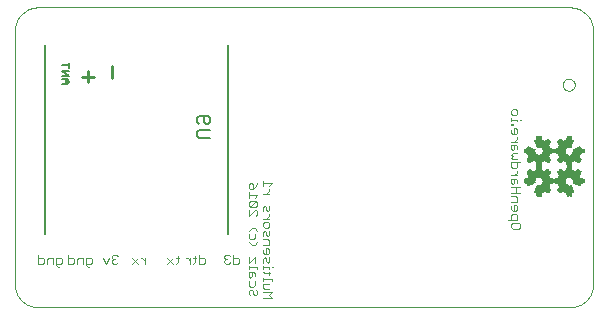
<source format=gbo>
G75*
%MOIN*%
%OFA0B0*%
%FSLAX24Y24*%
%IPPOS*%
%LPD*%
%AMOC8*
5,1,8,0,0,1.08239X$1,22.5*
%
%ADD10C,0.0030*%
%ADD11C,0.0010*%
%ADD12C,0.0000*%
%ADD13R,0.0002X0.0146*%
%ADD14R,0.0002X0.0139*%
%ADD15R,0.0002X0.0146*%
%ADD16R,0.0002X0.0139*%
%ADD17R,0.0002X0.0154*%
%ADD18R,0.0002X0.0154*%
%ADD19R,0.0002X0.0158*%
%ADD20R,0.0002X0.0168*%
%ADD21R,0.0002X0.0158*%
%ADD22R,0.0002X0.0168*%
%ADD23R,0.0002X0.0166*%
%ADD24R,0.0002X0.0166*%
%ADD25R,0.0002X0.0173*%
%ADD26R,0.0002X0.0173*%
%ADD27R,0.0002X0.0180*%
%ADD28R,0.0002X0.0180*%
%ADD29R,0.0002X0.0026*%
%ADD30R,0.0002X0.0026*%
%ADD31R,0.0002X0.0187*%
%ADD32R,0.0002X0.0046*%
%ADD33R,0.0002X0.0048*%
%ADD34R,0.0002X0.0187*%
%ADD35R,0.0002X0.0046*%
%ADD36R,0.0002X0.0048*%
%ADD37R,0.0002X0.0060*%
%ADD38R,0.0002X0.0192*%
%ADD39R,0.0002X0.0192*%
%ADD40R,0.0002X0.0079*%
%ADD41R,0.0002X0.0079*%
%ADD42R,0.0002X0.0228*%
%ADD43R,0.0002X0.0094*%
%ADD44R,0.0002X0.0221*%
%ADD45R,0.0002X0.0228*%
%ADD46R,0.0002X0.0094*%
%ADD47R,0.0002X0.0221*%
%ADD48R,0.0002X0.0259*%
%ADD49R,0.0002X0.0115*%
%ADD50R,0.0002X0.0113*%
%ADD51R,0.0002X0.0266*%
%ADD52R,0.0002X0.0259*%
%ADD53R,0.0002X0.0115*%
%ADD54R,0.0002X0.0113*%
%ADD55R,0.0002X0.0266*%
%ADD56R,0.0002X0.0288*%
%ADD57R,0.0002X0.0125*%
%ADD58R,0.0002X0.0307*%
%ADD59R,0.0002X0.0300*%
%ADD60R,0.0002X0.0307*%
%ADD61R,0.0002X0.0300*%
%ADD62R,0.0002X0.0322*%
%ADD63R,0.0002X0.0161*%
%ADD64R,0.0002X0.0322*%
%ADD65R,0.0002X0.0161*%
%ADD66R,0.0002X0.0334*%
%ADD67R,0.0002X0.0326*%
%ADD68R,0.0002X0.0334*%
%ADD69R,0.0002X0.0326*%
%ADD70R,0.0002X0.0526*%
%ADD71R,0.0002X0.0528*%
%ADD72R,0.0002X0.0526*%
%ADD73R,0.0002X0.0528*%
%ADD74R,0.0002X0.0526*%
%ADD75R,0.0002X0.0533*%
%ADD76R,0.0002X0.0533*%
%ADD77R,0.0002X0.0533*%
%ADD78R,0.0002X0.0533*%
%ADD79R,0.0002X0.0526*%
%ADD80R,0.0002X0.0521*%
%ADD81R,0.0002X0.0518*%
%ADD82R,0.0002X0.0521*%
%ADD83R,0.0002X0.0518*%
%ADD84R,0.0002X0.0514*%
%ADD85R,0.0002X0.0511*%
%ADD86R,0.0002X0.0514*%
%ADD87R,0.0002X0.0511*%
%ADD88R,0.0002X0.0499*%
%ADD89R,0.0002X0.0506*%
%ADD90R,0.0002X0.0499*%
%ADD91R,0.0002X0.0506*%
%ADD92R,0.0002X0.0502*%
%ADD93R,0.0002X0.0502*%
%ADD94R,0.0002X0.0494*%
%ADD95R,0.0002X0.0480*%
%ADD96R,0.0002X0.0480*%
%ADD97R,0.0002X0.0466*%
%ADD98R,0.0002X0.0473*%
%ADD99R,0.0002X0.0466*%
%ADD100R,0.0002X0.0473*%
%ADD101R,0.0002X0.0458*%
%ADD102R,0.0002X0.0451*%
%ADD103R,0.0002X0.0454*%
%ADD104R,0.0002X0.0451*%
%ADD105R,0.0002X0.0454*%
%ADD106R,0.0002X0.0446*%
%ADD107R,0.0002X0.0446*%
%ADD108R,0.0002X0.0439*%
%ADD109R,0.0002X0.0439*%
%ADD110R,0.0002X0.0434*%
%ADD111R,0.0002X0.0427*%
%ADD112R,0.0002X0.0434*%
%ADD113R,0.0002X0.0427*%
%ADD114R,0.0002X0.0413*%
%ADD115R,0.0002X0.0420*%
%ADD116R,0.0002X0.0413*%
%ADD117R,0.0002X0.0420*%
%ADD118R,0.0002X0.0413*%
%ADD119R,0.0002X0.0413*%
%ADD120R,0.0002X0.0022*%
%ADD121R,0.0002X0.0415*%
%ADD122R,0.0002X0.0022*%
%ADD123R,0.0002X0.0415*%
%ADD124R,0.0002X0.0034*%
%ADD125R,0.0002X0.0038*%
%ADD126R,0.0002X0.0060*%
%ADD127R,0.0002X0.0334*%
%ADD128R,0.0002X0.0038*%
%ADD129R,0.0002X0.0334*%
%ADD130R,0.0002X0.0074*%
%ADD131R,0.0002X0.0305*%
%ADD132R,0.0002X0.0072*%
%ADD133R,0.0002X0.0074*%
%ADD134R,0.0002X0.0305*%
%ADD135R,0.0002X0.0072*%
%ADD136R,0.0002X0.0089*%
%ADD137R,0.0002X0.0293*%
%ADD138R,0.0002X0.0298*%
%ADD139R,0.0002X0.0089*%
%ADD140R,0.0002X0.0293*%
%ADD141R,0.0002X0.0298*%
%ADD142R,0.0002X0.0108*%
%ADD143R,0.0002X0.0293*%
%ADD144R,0.0002X0.0286*%
%ADD145R,0.0002X0.0125*%
%ADD146R,0.0002X0.0281*%
%ADD147R,0.0002X0.0286*%
%ADD148R,0.0002X0.0127*%
%ADD149R,0.0002X0.0281*%
%ADD150R,0.0002X0.0127*%
%ADD151R,0.0002X0.0281*%
%ADD152R,0.0002X0.0274*%
%ADD153R,0.0002X0.0281*%
%ADD154R,0.0002X0.0274*%
%ADD155R,0.0002X0.0166*%
%ADD156R,0.0002X0.0166*%
%ADD157R,0.0002X0.0221*%
%ADD158R,0.0002X0.0319*%
%ADD159R,0.0002X0.0226*%
%ADD160R,0.0002X0.0221*%
%ADD161R,0.0002X0.0319*%
%ADD162R,0.0002X0.0226*%
%ADD163R,0.0002X0.0346*%
%ADD164R,0.0002X0.0341*%
%ADD165R,0.0002X0.0278*%
%ADD166R,0.0002X0.0314*%
%ADD167R,0.0002X0.0382*%
%ADD168R,0.0002X0.0372*%
%ADD169R,0.0002X0.0314*%
%ADD170R,0.0002X0.0382*%
%ADD171R,0.0002X0.0372*%
%ADD172R,0.0002X0.0353*%
%ADD173R,0.0002X0.0386*%
%ADD174R,0.0002X0.0379*%
%ADD175R,0.0002X0.0353*%
%ADD176R,0.0002X0.0386*%
%ADD177R,0.0002X0.0379*%
%ADD178R,0.0002X0.0367*%
%ADD179R,0.0002X0.0367*%
%ADD180R,0.0002X0.0374*%
%ADD181R,0.0002X0.0374*%
%ADD182R,0.0002X0.0365*%
%ADD183R,0.0002X0.0360*%
%ADD184R,0.0002X0.0365*%
%ADD185R,0.0002X0.0360*%
%ADD186R,0.0002X0.0374*%
%ADD187R,0.0002X0.0374*%
%ADD188R,0.0002X0.0379*%
%ADD189R,0.0002X0.0379*%
%ADD190R,0.0002X0.0346*%
%ADD191R,0.0002X0.0338*%
%ADD192R,0.0002X0.0338*%
%ADD193R,0.0002X0.0312*%
%ADD194R,0.0002X0.0312*%
%ADD195R,0.0002X0.0295*%
%ADD196R,0.0002X0.0286*%
%ADD197R,0.0002X0.0295*%
%ADD198R,0.0002X0.0286*%
%ADD199R,0.0002X0.0288*%
%ADD200R,0.0002X0.0278*%
%ADD201R,0.0002X0.0307*%
%ADD202R,0.0002X0.0341*%
%ADD203R,0.0002X0.0341*%
%ADD204R,0.0002X0.0701*%
%ADD205R,0.0002X0.0701*%
%ADD206R,0.0002X0.0701*%
%ADD207R,0.0002X0.0701*%
%ADD208R,0.0002X0.0694*%
%ADD209R,0.0002X0.0694*%
%ADD210R,0.0002X0.0686*%
%ADD211R,0.0002X0.0686*%
%ADD212R,0.0002X0.0686*%
%ADD213R,0.0002X0.0686*%
%ADD214R,0.0002X0.0679*%
%ADD215R,0.0002X0.0672*%
%ADD216R,0.0002X0.0679*%
%ADD217R,0.0002X0.0672*%
%ADD218R,0.0002X0.0665*%
%ADD219R,0.0002X0.0665*%
%ADD220R,0.0002X0.0660*%
%ADD221R,0.0002X0.0660*%
%ADD222R,0.0002X0.0667*%
%ADD223R,0.0002X0.0667*%
%ADD224R,0.0002X0.0679*%
%ADD225R,0.0002X0.0679*%
%ADD226R,0.0002X0.0706*%
%ADD227R,0.0002X0.0708*%
%ADD228R,0.0002X0.0706*%
%ADD229R,0.0002X0.0708*%
%ADD230R,0.0002X0.0720*%
%ADD231R,0.0002X0.0713*%
%ADD232R,0.0002X0.0720*%
%ADD233R,0.0002X0.0713*%
%ADD234R,0.0002X0.0718*%
%ADD235R,0.0002X0.0718*%
%ADD236R,0.0002X0.0734*%
%ADD237R,0.0002X0.0732*%
%ADD238R,0.0002X0.0746*%
%ADD239R,0.0002X0.0739*%
%ADD240R,0.0002X0.0746*%
%ADD241R,0.0002X0.0739*%
%ADD242R,0.0002X0.0758*%
%ADD243R,0.0002X0.0761*%
%ADD244R,0.0002X0.0758*%
%ADD245R,0.0002X0.0761*%
%ADD246R,0.0002X0.0773*%
%ADD247R,0.0002X0.0773*%
%ADD248R,0.0002X0.0787*%
%ADD249R,0.0002X0.0785*%
%ADD250R,0.0002X0.0787*%
%ADD251R,0.0002X0.0785*%
%ADD252R,0.0002X0.0799*%
%ADD253R,0.0002X0.0799*%
%ADD254R,0.0002X0.0799*%
%ADD255R,0.0002X0.0799*%
%ADD256R,0.0002X0.0792*%
%ADD257R,0.0002X0.0792*%
%ADD258R,0.0002X0.0780*%
%ADD259R,0.0002X0.0778*%
%ADD260R,0.0002X0.0780*%
%ADD261R,0.0002X0.0778*%
%ADD262R,0.0002X0.0766*%
%ADD263R,0.0002X0.0768*%
%ADD264R,0.0002X0.0766*%
%ADD265R,0.0002X0.0768*%
%ADD266R,0.0002X0.0348*%
%ADD267R,0.0002X0.0175*%
%ADD268R,0.0002X0.0353*%
%ADD269R,0.0002X0.0173*%
%ADD270R,0.0002X0.0348*%
%ADD271R,0.0002X0.0175*%
%ADD272R,0.0002X0.0353*%
%ADD273R,0.0002X0.0173*%
%ADD274R,0.0002X0.0149*%
%ADD275R,0.0002X0.0139*%
%ADD276R,0.0002X0.0149*%
%ADD277R,0.0002X0.0139*%
%ADD278R,0.0002X0.0134*%
%ADD279R,0.0002X0.0252*%
%ADD280R,0.0002X0.0132*%
%ADD281R,0.0002X0.0127*%
%ADD282R,0.0002X0.0134*%
%ADD283R,0.0002X0.0252*%
%ADD284R,0.0002X0.0132*%
%ADD285R,0.0002X0.0127*%
%ADD286R,0.0002X0.0120*%
%ADD287R,0.0002X0.0113*%
%ADD288R,0.0002X0.0120*%
%ADD289R,0.0002X0.0108*%
%ADD290R,0.0002X0.0113*%
%ADD291R,0.0002X0.0098*%
%ADD292R,0.0002X0.0199*%
%ADD293R,0.0002X0.0101*%
%ADD294R,0.0002X0.0199*%
%ADD295R,0.0002X0.0086*%
%ADD296R,0.0002X0.0086*%
%ADD297R,0.0002X0.0185*%
%ADD298R,0.0002X0.0079*%
%ADD299R,0.0002X0.0086*%
%ADD300R,0.0002X0.0086*%
%ADD301R,0.0002X0.0185*%
%ADD302R,0.0002X0.0079*%
%ADD303R,0.0002X0.0067*%
%ADD304R,0.0002X0.0065*%
%ADD305R,0.0002X0.0067*%
%ADD306R,0.0002X0.0065*%
%ADD307R,0.0002X0.0053*%
%ADD308R,0.0002X0.0055*%
%ADD309R,0.0002X0.0053*%
%ADD310R,0.0002X0.0055*%
%ADD311R,0.0002X0.0034*%
%ADD312R,0.0002X0.0019*%
%ADD313R,0.0002X0.0019*%
%ADD314R,0.0002X0.0041*%
%ADD315R,0.0002X0.0041*%
%ADD316R,0.0002X0.0074*%
%ADD317R,0.0002X0.0074*%
%ADD318R,0.0002X0.0098*%
%ADD319R,0.0002X0.0206*%
%ADD320R,0.0002X0.0101*%
%ADD321R,0.0002X0.0108*%
%ADD322R,0.0002X0.0206*%
%ADD323R,0.0002X0.0108*%
%ADD324R,0.0002X0.0240*%
%ADD325R,0.0002X0.0240*%
%ADD326R,0.0002X0.0274*%
%ADD327R,0.0002X0.0274*%
%ADD328R,0.0002X0.0562*%
%ADD329R,0.0002X0.0562*%
%ADD330R,0.0002X0.0754*%
%ADD331R,0.0002X0.0754*%
%ADD332R,0.0002X0.0727*%
%ADD333R,0.0002X0.0725*%
%ADD334R,0.0002X0.0727*%
%ADD335R,0.0002X0.0725*%
%ADD336R,0.0002X0.0307*%
%ADD337R,0.0002X0.0338*%
%ADD338R,0.0002X0.0338*%
%ADD339R,0.0002X0.0372*%
%ADD340R,0.0002X0.0372*%
%ADD341R,0.0002X0.0341*%
%ADD342R,0.0002X0.0199*%
%ADD343R,0.0002X0.0161*%
%ADD344R,0.0002X0.0161*%
%ADD345R,0.0002X0.0101*%
%ADD346R,0.0002X0.0101*%
%ADD347R,0.0002X0.0319*%
%ADD348R,0.0002X0.0319*%
%ADD349R,0.0002X0.0408*%
%ADD350R,0.0002X0.0408*%
%ADD351R,0.0002X0.0432*%
%ADD352R,0.0002X0.0432*%
%ADD353R,0.0002X0.0473*%
%ADD354R,0.0002X0.0473*%
%ADD355R,0.0002X0.0487*%
%ADD356R,0.0002X0.0487*%
%ADD357R,0.0002X0.0492*%
%ADD358R,0.0002X0.0494*%
%ADD359R,0.0002X0.0492*%
%ADD360R,0.0002X0.0521*%
%ADD361R,0.0002X0.0521*%
%ADD362R,0.0002X0.0329*%
%ADD363R,0.0002X0.0329*%
%ADD364R,0.0002X0.0154*%
%ADD365R,0.0002X0.0154*%
%ADD366R,0.0002X0.0199*%
%ADD367R,0.0002X0.0031*%
%ADD368R,0.0002X0.0041*%
%ADD369R,0.0002X0.0031*%
%ADD370R,0.0002X0.0041*%
%ADD371C,0.0050*%
%ADD372C,0.0080*%
%ADD373C,0.0060*%
%ADD374C,0.0110*%
D10*
X001582Y003497D02*
X001533Y003546D01*
X001533Y003788D01*
X001679Y003788D01*
X001727Y003739D01*
X001727Y003642D01*
X001679Y003594D01*
X001533Y003594D01*
X001432Y003594D02*
X001432Y003788D01*
X001287Y003788D01*
X001239Y003739D01*
X001239Y003594D01*
X001138Y003642D02*
X001138Y003739D01*
X001089Y003788D01*
X000944Y003788D01*
X000944Y003884D02*
X000944Y003594D01*
X001089Y003594D01*
X001138Y003642D01*
X001582Y003497D02*
X001630Y003497D01*
X001944Y003594D02*
X002089Y003594D01*
X002138Y003642D01*
X002138Y003739D01*
X002089Y003788D01*
X001944Y003788D01*
X001944Y003884D02*
X001944Y003594D01*
X002239Y003594D02*
X002239Y003739D01*
X002287Y003788D01*
X002432Y003788D01*
X002432Y003594D01*
X002533Y003594D02*
X002679Y003594D01*
X002727Y003642D01*
X002727Y003739D01*
X002679Y003788D01*
X002533Y003788D01*
X002533Y003546D01*
X002582Y003497D01*
X002630Y003497D01*
X003092Y003788D02*
X003188Y003594D01*
X003285Y003788D01*
X003386Y003788D02*
X003386Y003836D01*
X003435Y003884D01*
X003531Y003884D01*
X003580Y003836D01*
X003483Y003739D02*
X003435Y003739D01*
X003386Y003691D01*
X003386Y003642D01*
X003435Y003594D01*
X003531Y003594D01*
X003580Y003642D01*
X003435Y003739D02*
X003386Y003788D01*
X004066Y003788D02*
X004260Y003594D01*
X004260Y003788D02*
X004066Y003594D01*
X004360Y003788D02*
X004408Y003788D01*
X004505Y003691D01*
X004505Y003594D02*
X004505Y003788D01*
X005241Y003788D02*
X005434Y003594D01*
X005534Y003594D02*
X005582Y003642D01*
X005582Y003836D01*
X005534Y003788D02*
X005631Y003788D01*
X005434Y003788D02*
X005241Y003594D01*
X005867Y003788D02*
X005915Y003788D01*
X006012Y003691D01*
X006012Y003594D02*
X006012Y003788D01*
X006112Y003788D02*
X006209Y003788D01*
X006160Y003836D02*
X006160Y003642D01*
X006112Y003594D01*
X006310Y003594D02*
X006455Y003594D01*
X006503Y003642D01*
X006503Y003739D01*
X006455Y003788D01*
X006310Y003788D01*
X006310Y003884D02*
X006310Y003594D01*
X007142Y003642D02*
X007190Y003594D01*
X007287Y003594D01*
X007335Y003642D01*
X007436Y003594D02*
X007581Y003594D01*
X007630Y003642D01*
X007630Y003739D01*
X007581Y003788D01*
X007436Y003788D01*
X007436Y003884D02*
X007436Y003594D01*
X007238Y003739D02*
X007190Y003739D01*
X007142Y003691D01*
X007142Y003642D01*
X007190Y003739D02*
X007142Y003788D01*
X007142Y003836D01*
X007190Y003884D01*
X007287Y003884D01*
X007335Y003836D01*
X007955Y003813D02*
X007955Y003619D01*
X008148Y003813D01*
X008148Y003619D01*
X008245Y003471D02*
X007955Y003471D01*
X007955Y003423D02*
X007955Y003520D01*
X007955Y003322D02*
X007955Y003177D01*
X008003Y003128D01*
X008052Y003177D01*
X008052Y003322D01*
X008100Y003322D02*
X007955Y003322D01*
X008100Y003322D02*
X008148Y003273D01*
X008148Y003177D01*
X008148Y003027D02*
X008148Y002882D01*
X008100Y002833D01*
X008003Y002833D01*
X007955Y002882D01*
X007955Y003027D01*
X008003Y002732D02*
X007955Y002684D01*
X007955Y002587D01*
X008003Y002539D01*
X008100Y002587D02*
X008100Y002684D01*
X008052Y002732D01*
X008003Y002732D01*
X008100Y002587D02*
X008148Y002539D01*
X008197Y002539D01*
X008245Y002587D01*
X008245Y002684D01*
X008197Y002732D01*
X008435Y002784D02*
X008435Y002929D01*
X008628Y002929D01*
X008725Y003030D02*
X008725Y003078D01*
X008435Y003078D01*
X008435Y003030D02*
X008435Y003127D01*
X008483Y003275D02*
X008435Y003323D01*
X008483Y003275D02*
X008677Y003275D01*
X008628Y003323D02*
X008628Y003226D01*
X008628Y003423D02*
X008628Y003471D01*
X008435Y003471D01*
X008435Y003423D02*
X008435Y003520D01*
X008435Y003619D02*
X008435Y003764D01*
X008483Y003813D01*
X008532Y003764D01*
X008532Y003668D01*
X008580Y003619D01*
X008628Y003668D01*
X008628Y003813D01*
X008580Y003914D02*
X008628Y003962D01*
X008628Y004059D01*
X008580Y004107D01*
X008532Y004107D01*
X008532Y003914D01*
X008580Y003914D02*
X008483Y003914D01*
X008435Y003962D01*
X008435Y004059D01*
X008435Y004209D02*
X008628Y004209D01*
X008628Y004354D01*
X008580Y004402D01*
X008435Y004402D01*
X008435Y004503D02*
X008435Y004648D01*
X008483Y004697D01*
X008532Y004648D01*
X008532Y004552D01*
X008580Y004503D01*
X008628Y004552D01*
X008628Y004697D01*
X008580Y004798D02*
X008483Y004798D01*
X008435Y004846D01*
X008435Y004943D01*
X008483Y004991D01*
X008580Y004991D01*
X008628Y004943D01*
X008628Y004846D01*
X008580Y004798D01*
X008532Y005092D02*
X008628Y005189D01*
X008628Y005238D01*
X008580Y005338D02*
X008628Y005386D01*
X008628Y005532D01*
X008532Y005483D02*
X008532Y005386D01*
X008580Y005338D01*
X008435Y005338D02*
X008435Y005483D01*
X008483Y005532D01*
X008532Y005483D01*
X008245Y005534D02*
X008197Y005485D01*
X008003Y005485D01*
X008197Y005679D01*
X008003Y005679D01*
X007955Y005630D01*
X007955Y005534D01*
X008003Y005485D01*
X007955Y005384D02*
X007955Y005191D01*
X008148Y005384D01*
X008197Y005384D01*
X008245Y005336D01*
X008245Y005239D01*
X008197Y005191D01*
X008435Y005092D02*
X008628Y005092D01*
X008245Y004700D02*
X008148Y004796D01*
X008052Y004796D01*
X007955Y004700D01*
X007955Y004598D02*
X007955Y004453D01*
X008003Y004405D01*
X008100Y004405D01*
X008148Y004453D01*
X008148Y004598D01*
X008245Y004305D02*
X008148Y004209D01*
X008052Y004209D01*
X007955Y004305D01*
X008245Y003471D02*
X008245Y003423D01*
X008725Y003471D02*
X008774Y003471D01*
X008628Y002735D02*
X008483Y002735D01*
X008435Y002784D01*
X008435Y002634D02*
X008725Y002634D01*
X008628Y002537D01*
X008725Y002441D01*
X008435Y002441D01*
X008245Y005534D02*
X008245Y005630D01*
X008197Y005679D01*
X008148Y005780D02*
X008245Y005877D01*
X007955Y005877D01*
X007955Y005780D02*
X007955Y005974D01*
X008003Y006075D02*
X007955Y006123D01*
X007955Y006220D01*
X008003Y006268D01*
X008052Y006268D01*
X008100Y006220D01*
X008100Y006075D01*
X008003Y006075D01*
X008100Y006075D02*
X008197Y006171D01*
X008245Y006268D01*
X008435Y006270D02*
X008725Y006270D01*
X008628Y006173D01*
X008628Y006072D02*
X008628Y006024D01*
X008532Y005927D01*
X008628Y005927D02*
X008435Y005927D01*
X008435Y006173D02*
X008435Y006366D01*
X016705Y006433D02*
X016705Y006288D01*
X016753Y006239D01*
X016802Y006288D01*
X016802Y006433D01*
X016850Y006433D02*
X016705Y006433D01*
X016705Y006534D02*
X016898Y006534D01*
X016802Y006534D02*
X016898Y006631D01*
X016898Y006679D01*
X016850Y006780D02*
X016753Y006780D01*
X016705Y006828D01*
X016705Y006973D01*
X016995Y006973D01*
X016898Y006973D02*
X016898Y006828D01*
X016850Y006780D01*
X016898Y007074D02*
X016753Y007074D01*
X016705Y007123D01*
X016753Y007171D01*
X016705Y007219D01*
X016753Y007268D01*
X016898Y007268D01*
X016898Y007417D02*
X016898Y007514D01*
X016850Y007562D01*
X016705Y007562D01*
X016705Y007417D01*
X016753Y007369D01*
X016802Y007417D01*
X016802Y007562D01*
X016802Y007663D02*
X016898Y007760D01*
X016898Y007809D01*
X016850Y007909D02*
X016753Y007909D01*
X016705Y007957D01*
X016705Y008054D01*
X016802Y008103D02*
X016802Y007909D01*
X016850Y007909D02*
X016898Y007957D01*
X016898Y008054D01*
X016850Y008103D01*
X016802Y008103D01*
X016753Y008204D02*
X016753Y008252D01*
X016705Y008252D01*
X016705Y008204D01*
X016753Y008204D01*
X016705Y008351D02*
X016705Y008448D01*
X016705Y008399D02*
X016898Y008399D01*
X016898Y008351D01*
X016995Y008399D02*
X017044Y008399D01*
X016850Y008547D02*
X016753Y008547D01*
X016705Y008596D01*
X016705Y008693D01*
X016753Y008741D01*
X016850Y008741D01*
X016898Y008693D01*
X016898Y008596D01*
X016850Y008547D01*
X016898Y007663D02*
X016705Y007663D01*
X016850Y006433D02*
X016898Y006384D01*
X016898Y006288D01*
X016850Y006138D02*
X016850Y005945D01*
X016850Y005844D02*
X016705Y005844D01*
X016705Y005945D02*
X016995Y005945D01*
X016850Y005844D02*
X016898Y005795D01*
X016898Y005650D01*
X016705Y005650D01*
X016802Y005549D02*
X016802Y005355D01*
X016850Y005355D02*
X016898Y005404D01*
X016898Y005501D01*
X016850Y005549D01*
X016802Y005549D01*
X016705Y005501D02*
X016705Y005404D01*
X016753Y005355D01*
X016850Y005355D01*
X016850Y005254D02*
X016753Y005254D01*
X016705Y005206D01*
X016705Y005061D01*
X016608Y005061D02*
X016898Y005061D01*
X016898Y005206D01*
X016850Y005254D01*
X016753Y004960D02*
X016947Y004960D01*
X016995Y004911D01*
X016995Y004814D01*
X016947Y004766D01*
X016753Y004766D01*
X016705Y004814D01*
X016705Y004911D01*
X016753Y004960D01*
X016705Y006138D02*
X016995Y006138D01*
D11*
X013750Y002139D02*
X000937Y002139D01*
X000883Y002141D01*
X000830Y002146D01*
X000777Y002155D01*
X000725Y002168D01*
X000673Y002184D01*
X000623Y002204D01*
X000575Y002227D01*
X000528Y002254D01*
X000483Y002283D01*
X000440Y002316D01*
X000400Y002351D01*
X000362Y002389D01*
X000327Y002429D01*
X000294Y002472D01*
X000265Y002517D01*
X000238Y002564D01*
X000215Y002612D01*
X000195Y002662D01*
X000179Y002714D01*
X000166Y002766D01*
X000157Y002819D01*
X000152Y002872D01*
X000150Y002926D01*
X000150Y011352D01*
X000152Y011406D01*
X000157Y011459D01*
X000166Y011512D01*
X000179Y011564D01*
X000195Y011616D01*
X000215Y011666D01*
X000238Y011714D01*
X000265Y011761D01*
X000294Y011806D01*
X000327Y011849D01*
X000362Y011889D01*
X000400Y011927D01*
X000440Y011962D01*
X000483Y011995D01*
X000528Y012024D01*
X000575Y012051D01*
X000623Y012074D01*
X000673Y012094D01*
X000725Y012110D01*
X000777Y012123D01*
X000830Y012132D01*
X000883Y012137D01*
X000937Y012139D01*
X013700Y012139D01*
X014900Y012139D01*
X018654Y012139D01*
X018708Y012137D01*
X018761Y012132D01*
X018814Y012123D01*
X018866Y012110D01*
X018918Y012094D01*
X018968Y012074D01*
X019016Y012051D01*
X019063Y012024D01*
X019108Y011995D01*
X019151Y011962D01*
X019191Y011927D01*
X019229Y011889D01*
X019264Y011849D01*
X019297Y011806D01*
X019326Y011761D01*
X019353Y011714D01*
X019376Y011666D01*
X019396Y011616D01*
X019412Y011564D01*
X019425Y011512D01*
X019434Y011459D01*
X019439Y011406D01*
X019441Y011352D01*
X019441Y002926D01*
X019439Y002872D01*
X019434Y002819D01*
X019425Y002766D01*
X019412Y002714D01*
X019396Y002662D01*
X019376Y002612D01*
X019353Y002564D01*
X019326Y002517D01*
X019297Y002472D01*
X019264Y002429D01*
X019229Y002389D01*
X019191Y002351D01*
X019151Y002316D01*
X019108Y002283D01*
X019063Y002254D01*
X019016Y002227D01*
X018968Y002204D01*
X018918Y002184D01*
X018866Y002168D01*
X018814Y002155D01*
X018761Y002146D01*
X018708Y002141D01*
X018654Y002139D01*
X014950Y002139D01*
X013750Y002139D01*
D12*
X018420Y009560D02*
X018422Y009588D01*
X018428Y009615D01*
X018437Y009641D01*
X018450Y009666D01*
X018467Y009689D01*
X018486Y009709D01*
X018508Y009726D01*
X018532Y009740D01*
X018558Y009750D01*
X018585Y009757D01*
X018613Y009760D01*
X018641Y009759D01*
X018668Y009754D01*
X018695Y009745D01*
X018720Y009733D01*
X018743Y009718D01*
X018764Y009699D01*
X018782Y009678D01*
X018797Y009654D01*
X018808Y009628D01*
X018816Y009602D01*
X018820Y009574D01*
X018820Y009546D01*
X018816Y009518D01*
X018808Y009492D01*
X018797Y009466D01*
X018782Y009442D01*
X018764Y009421D01*
X018743Y009402D01*
X018720Y009387D01*
X018695Y009375D01*
X018668Y009366D01*
X018641Y009361D01*
X018613Y009360D01*
X018585Y009363D01*
X018558Y009370D01*
X018532Y009380D01*
X018508Y009394D01*
X018486Y009411D01*
X018467Y009431D01*
X018450Y009454D01*
X018437Y009479D01*
X018428Y009505D01*
X018422Y009532D01*
X018420Y009560D01*
D13*
X018756Y007640D03*
X019140Y007340D03*
X019150Y007340D03*
X019004Y007054D03*
X018173Y007340D03*
X018164Y007340D03*
X017170Y007340D03*
X017160Y007340D03*
X017153Y007340D03*
X018310Y006627D03*
X018173Y006334D03*
X018164Y006334D03*
X018310Y006049D03*
X019004Y006627D03*
X017160Y006334D03*
X017153Y006334D03*
D14*
X017993Y006045D03*
X018140Y006338D03*
X019150Y006338D03*
X018140Y007343D03*
X017540Y007643D03*
D15*
X017168Y007340D03*
X017165Y007340D03*
X017163Y007340D03*
X017158Y007340D03*
X017156Y007340D03*
X018132Y007340D03*
X018135Y007340D03*
X018137Y007340D03*
X018159Y007340D03*
X018161Y007340D03*
X018166Y007340D03*
X018168Y007340D03*
X018171Y007340D03*
X018176Y007340D03*
X018752Y007640D03*
X018754Y007640D03*
X019138Y007340D03*
X019143Y007340D03*
X019145Y007340D03*
X019148Y007340D03*
X019001Y007054D03*
X018999Y007054D03*
X018999Y006627D03*
X019001Y006627D03*
X018308Y006627D03*
X018305Y006627D03*
X018176Y006334D03*
X018171Y006334D03*
X018168Y006334D03*
X018166Y006334D03*
X018161Y006334D03*
X018159Y006334D03*
X018305Y006049D03*
X018308Y006049D03*
X017163Y006334D03*
X017158Y006334D03*
X017156Y006334D03*
D16*
X017996Y006045D03*
X018142Y006338D03*
X018144Y006338D03*
X019145Y006338D03*
X019148Y006338D03*
X018144Y007343D03*
X018142Y007343D03*
X017544Y007643D03*
X017542Y007643D03*
D17*
X017986Y007631D03*
X017988Y007631D03*
X017991Y007631D03*
X018106Y007343D03*
X018108Y007343D03*
X018111Y007343D03*
X018116Y007343D03*
X018118Y007343D03*
X018123Y007343D03*
X018125Y007343D03*
X018128Y007343D03*
X018178Y007343D03*
X018183Y007343D03*
X019112Y007343D03*
X019114Y007343D03*
X019119Y007343D03*
X019121Y007343D03*
X019126Y007343D03*
X019128Y007343D03*
X019131Y007343D03*
X019136Y007343D03*
X017991Y006623D03*
X017988Y006623D03*
X017986Y006623D03*
X018099Y006338D03*
X018101Y006338D03*
X018106Y006338D03*
X018108Y006338D03*
X018111Y006338D03*
X018116Y006338D03*
X018118Y006338D03*
X018123Y006338D03*
X018125Y006338D03*
X018128Y006338D03*
X018132Y006338D03*
X018135Y006338D03*
X018137Y006338D03*
X018178Y006338D03*
X018183Y006338D03*
X018185Y006338D03*
X018188Y006338D03*
X018752Y006038D03*
X018754Y006038D03*
X019112Y006338D03*
X019114Y006338D03*
X019119Y006338D03*
X019121Y006338D03*
X019126Y006338D03*
X019128Y006338D03*
X019131Y006338D03*
X019136Y006338D03*
X019138Y006338D03*
X019143Y006338D03*
X017549Y006038D03*
X017177Y006338D03*
X017175Y006338D03*
X017172Y006338D03*
X017168Y006338D03*
X017165Y006338D03*
X017302Y006623D03*
X017304Y006623D03*
D18*
X017300Y006623D03*
X017170Y006338D03*
X017547Y006038D03*
X018104Y006338D03*
X018113Y006338D03*
X018120Y006338D03*
X018130Y006338D03*
X018180Y006338D03*
X018190Y006338D03*
X018756Y006038D03*
X019116Y006338D03*
X019124Y006338D03*
X019133Y006338D03*
X019140Y006338D03*
X019133Y007343D03*
X019124Y007343D03*
X019116Y007343D03*
X018180Y007343D03*
X018130Y007343D03*
X018120Y007343D03*
X018113Y007343D03*
D19*
X018101Y007341D03*
X018099Y007341D03*
X018094Y007341D03*
X018092Y007341D03*
X018185Y007341D03*
X018188Y007341D03*
X018192Y007341D03*
X018195Y007341D03*
X018197Y007341D03*
X018202Y007341D03*
X018204Y007341D03*
X018209Y007341D03*
X018212Y007341D03*
X018214Y007341D03*
X019104Y007341D03*
X019109Y007341D03*
X017211Y007341D03*
X017208Y007341D03*
X017206Y007341D03*
X017201Y007341D03*
X017199Y007341D03*
X017194Y007341D03*
X017192Y007341D03*
X017189Y007341D03*
X017184Y007341D03*
X017182Y007341D03*
X017177Y007341D03*
X017175Y007341D03*
X017172Y007341D03*
X017986Y006047D03*
X017988Y006047D03*
X017991Y006047D03*
X018312Y006047D03*
X018315Y006047D03*
X018317Y006047D03*
D20*
X018221Y006338D03*
X018219Y006338D03*
X018214Y006338D03*
X018212Y006338D03*
X018094Y006338D03*
X018092Y006338D03*
X018089Y006338D03*
X018084Y006338D03*
X018082Y006338D03*
X018077Y006338D03*
X018075Y006338D03*
X018072Y006338D03*
X018068Y006338D03*
X018065Y006338D03*
X017216Y006338D03*
X017211Y006338D03*
X017208Y006338D03*
X017206Y006338D03*
X017309Y007051D03*
X019076Y006338D03*
X019078Y006338D03*
X019083Y006338D03*
X019085Y006338D03*
X019088Y006338D03*
X019092Y006338D03*
X019095Y006338D03*
X019097Y006338D03*
X019102Y006338D03*
X019104Y006338D03*
X019109Y006338D03*
D21*
X019107Y007341D03*
X018216Y007341D03*
X018207Y007341D03*
X018200Y007341D03*
X018190Y007341D03*
X018104Y007341D03*
X018096Y007341D03*
X017204Y007341D03*
X017196Y007341D03*
X017187Y007341D03*
X017180Y007341D03*
D22*
X017307Y007051D03*
X017213Y006338D03*
X018070Y006338D03*
X018080Y006338D03*
X018087Y006338D03*
X018096Y006338D03*
X018216Y006338D03*
X018224Y006338D03*
X019073Y006338D03*
X019080Y006338D03*
X019090Y006338D03*
X019100Y006338D03*
X019107Y006338D03*
D23*
X018317Y006625D03*
X018315Y006625D03*
X018312Y006625D03*
X017981Y006625D03*
X017979Y006625D03*
X017309Y006625D03*
X018072Y007345D03*
X018075Y007345D03*
X018077Y007345D03*
X018082Y007345D03*
X018084Y007345D03*
X018089Y007345D03*
X019078Y007345D03*
X019083Y007345D03*
X019085Y007345D03*
X019088Y007345D03*
X019092Y007345D03*
X019095Y007345D03*
X019097Y007345D03*
X019102Y007345D03*
D24*
X019100Y007345D03*
X019090Y007345D03*
X019080Y007345D03*
X018087Y007345D03*
X018080Y007345D03*
X017984Y006625D03*
X017307Y006625D03*
D25*
X018749Y006040D03*
X019066Y007341D03*
X019068Y007341D03*
X019071Y007341D03*
X019076Y007341D03*
X018248Y007341D03*
X018245Y007341D03*
X018243Y007341D03*
X018238Y007341D03*
X018236Y007341D03*
X018231Y007341D03*
X018228Y007341D03*
X018226Y007341D03*
X018221Y007341D03*
X018219Y007341D03*
X018068Y007341D03*
X018065Y007341D03*
X018063Y007341D03*
X018058Y007341D03*
X017244Y007341D03*
X017242Y007341D03*
X017237Y007341D03*
X017235Y007341D03*
X017232Y007341D03*
X017228Y007341D03*
X017225Y007341D03*
X017223Y007341D03*
X017218Y007341D03*
X017216Y007341D03*
D26*
X017213Y007341D03*
X017220Y007341D03*
X017230Y007341D03*
X017240Y007341D03*
X018060Y007341D03*
X018070Y007341D03*
X018224Y007341D03*
X018233Y007341D03*
X018240Y007341D03*
X018250Y007341D03*
X019073Y007341D03*
X018747Y006040D03*
D27*
X019042Y006337D03*
X019044Y006337D03*
X019049Y006337D03*
X019052Y006337D03*
X019054Y006337D03*
X019059Y006337D03*
X019061Y006337D03*
X019066Y006337D03*
X019068Y006337D03*
X019071Y006337D03*
X018989Y006625D03*
X018984Y006625D03*
X018324Y006625D03*
X018322Y006625D03*
X018257Y006337D03*
X018255Y006337D03*
X018252Y006337D03*
X018248Y006337D03*
X018245Y006337D03*
X018063Y006337D03*
X018058Y006337D03*
X018056Y006337D03*
X018051Y006337D03*
X018048Y006337D03*
X018046Y006337D03*
X018041Y006337D03*
X018039Y006337D03*
X018034Y006337D03*
X018032Y006337D03*
X017249Y006337D03*
X017244Y006337D03*
X017242Y006337D03*
X018984Y007057D03*
X018989Y007057D03*
X019044Y007345D03*
X019049Y007345D03*
X019052Y007345D03*
X019054Y007345D03*
X019059Y007345D03*
X019061Y007345D03*
X018324Y007630D03*
X018322Y007630D03*
X018257Y007345D03*
X018255Y007345D03*
X018252Y007345D03*
X018056Y007345D03*
X018051Y007345D03*
X018048Y007345D03*
X018046Y007345D03*
X018041Y007345D03*
X018039Y007345D03*
D28*
X018044Y007345D03*
X018053Y007345D03*
X018320Y007630D03*
X019047Y007345D03*
X019056Y007345D03*
X019064Y007345D03*
X018987Y007057D03*
X018987Y006625D03*
X019040Y006337D03*
X019047Y006337D03*
X019056Y006337D03*
X019064Y006337D03*
X018320Y006625D03*
X018250Y006337D03*
X018060Y006337D03*
X018053Y006337D03*
X018044Y006337D03*
X018036Y006337D03*
X017247Y006337D03*
X017240Y006337D03*
D29*
X017516Y006289D03*
X018039Y006034D03*
X018041Y006034D03*
X018262Y006034D03*
X018264Y006034D03*
X017501Y005989D03*
X017499Y005989D03*
X019044Y006641D03*
X019049Y006641D03*
X019049Y007040D03*
X019044Y007040D03*
X018264Y007040D03*
X018262Y007040D03*
X018041Y007040D03*
X018039Y007040D03*
X017501Y007688D03*
X017499Y007688D03*
D30*
X017504Y007688D03*
X018044Y007040D03*
X018260Y007040D03*
X019047Y007040D03*
X019047Y006641D03*
X018260Y006034D03*
X018044Y006034D03*
X017504Y005989D03*
X017513Y006289D03*
D31*
X017972Y006621D03*
X017974Y006621D03*
X018022Y007341D03*
X018024Y007341D03*
X018029Y007341D03*
X018032Y007341D03*
X018034Y007341D03*
X018262Y007341D03*
X018264Y007341D03*
X018269Y007341D03*
X018272Y007341D03*
X018274Y007341D03*
X018279Y007341D03*
X018281Y007341D03*
X017974Y007627D03*
X017972Y007627D03*
X017271Y007341D03*
X017268Y007341D03*
X017266Y007341D03*
X017261Y007341D03*
X017259Y007341D03*
X017254Y007341D03*
X017252Y007341D03*
X017249Y007341D03*
X019032Y007341D03*
X019035Y007341D03*
X019037Y007341D03*
X019042Y007341D03*
D32*
X019042Y007045D03*
X018269Y007045D03*
X018034Y007045D03*
X018032Y007045D03*
X017511Y005998D03*
X017508Y005998D03*
X017506Y005998D03*
D33*
X018032Y006038D03*
X018034Y006038D03*
X018269Y006038D03*
X019042Y006638D03*
X018788Y007384D03*
X018785Y007384D03*
X017511Y007677D03*
X017508Y007677D03*
X017506Y007677D03*
D34*
X017976Y007627D03*
X018020Y007341D03*
X018027Y007341D03*
X018036Y007341D03*
X018260Y007341D03*
X018267Y007341D03*
X018276Y007341D03*
X018284Y007341D03*
X019040Y007341D03*
X017976Y006621D03*
X017264Y007341D03*
X017256Y007341D03*
X017247Y007341D03*
D35*
X018036Y007045D03*
X018267Y007045D03*
X019040Y007045D03*
D36*
X019040Y006638D03*
X018267Y006038D03*
X018036Y006038D03*
X018790Y007384D03*
D37*
X018788Y007678D03*
X018785Y007678D03*
X019032Y007045D03*
X019035Y007045D03*
X019037Y007045D03*
X019037Y006637D03*
X019035Y006637D03*
X019032Y006637D03*
X018274Y007045D03*
X018272Y007045D03*
X018029Y007045D03*
X018029Y006037D03*
X018272Y006037D03*
X018274Y006037D03*
X018785Y006005D03*
X018788Y006005D03*
X017516Y006005D03*
D38*
X018012Y006338D03*
X018015Y006338D03*
X018017Y006338D03*
X018022Y006338D03*
X018024Y006338D03*
X019025Y006338D03*
X019028Y006338D03*
X019032Y006338D03*
X019035Y006338D03*
X019037Y006338D03*
X017974Y007058D03*
X017972Y007058D03*
X018012Y007343D03*
X018015Y007343D03*
X018017Y007343D03*
X019025Y007343D03*
X019028Y007343D03*
D39*
X019030Y007343D03*
X017976Y007058D03*
X018020Y006338D03*
X019030Y006338D03*
D40*
X019030Y006634D03*
X019030Y007047D03*
X018284Y007047D03*
D41*
X018281Y007047D03*
X018279Y007047D03*
X019025Y007047D03*
X019028Y007047D03*
X019028Y006634D03*
X019025Y006634D03*
D42*
X019023Y007347D03*
X019018Y007347D03*
D43*
X019018Y007047D03*
X019023Y007047D03*
X018291Y007047D03*
X018288Y007047D03*
X018286Y007047D03*
X018017Y007047D03*
X018015Y007047D03*
X018012Y007047D03*
X019018Y006634D03*
X019023Y006634D03*
X018291Y006041D03*
X018288Y006041D03*
X018286Y006041D03*
X018017Y006041D03*
X018015Y006041D03*
X018012Y006041D03*
X018776Y006015D03*
D44*
X019018Y006331D03*
X019023Y006331D03*
X018296Y006331D03*
D45*
X019020Y007347D03*
D46*
X019020Y007047D03*
X019020Y006634D03*
X018773Y006015D03*
D47*
X019020Y006331D03*
X018293Y006331D03*
D48*
X019016Y007351D03*
D49*
X019016Y007051D03*
D50*
X019016Y006632D03*
X018296Y006632D03*
X018766Y006025D03*
X018768Y006025D03*
X018771Y006025D03*
X017537Y006025D03*
X017535Y006025D03*
X017532Y006025D03*
D51*
X019016Y006327D03*
X018737Y007654D03*
X018735Y007654D03*
X018732Y007654D03*
D52*
X019013Y007351D03*
D53*
X019013Y007051D03*
D54*
X019013Y006632D03*
X018293Y006632D03*
D55*
X019013Y006327D03*
D56*
X019011Y006331D03*
X019008Y006331D03*
X019006Y006331D03*
X018564Y006098D03*
X018562Y006098D03*
X018308Y006331D03*
X018305Y006331D03*
X019006Y007351D03*
X019008Y007351D03*
X019011Y007351D03*
X018548Y007564D03*
X018545Y007564D03*
X017756Y007564D03*
D57*
X017998Y007051D03*
X018003Y007051D03*
X018298Y007051D03*
X018303Y007051D03*
X019006Y007051D03*
X019008Y007051D03*
X019011Y007051D03*
X019011Y006631D03*
X019008Y006631D03*
X019006Y006631D03*
X018761Y007651D03*
X018759Y007651D03*
D58*
X019004Y007341D03*
X018740Y006595D03*
X018780Y006535D03*
X017736Y006081D03*
X017300Y006340D03*
D59*
X017556Y006584D03*
X017770Y006538D03*
X018533Y006125D03*
X019004Y006337D03*
X017770Y007138D03*
X017520Y007138D03*
X017760Y007558D03*
X017736Y007589D03*
X018533Y007551D03*
D60*
X018999Y007341D03*
X019001Y007341D03*
X018744Y006595D03*
X018742Y006595D03*
X018778Y006535D03*
X018783Y006535D03*
X018531Y006535D03*
X018528Y006535D03*
X018526Y006535D03*
X017734Y006081D03*
X017732Y006081D03*
X017304Y006340D03*
X017302Y006340D03*
D61*
X017552Y006584D03*
X017554Y006584D03*
X017765Y006538D03*
X017768Y006538D03*
X018536Y006125D03*
X018999Y006337D03*
X019001Y006337D03*
X017768Y007138D03*
X017765Y007138D03*
X017523Y007138D03*
X017518Y007138D03*
X017986Y007345D03*
X017988Y007345D03*
X017991Y007345D03*
X017763Y007558D03*
X017758Y007558D03*
X017734Y007589D03*
X017732Y007589D03*
X017571Y007664D03*
X017568Y007664D03*
X017566Y007664D03*
X018536Y007551D03*
D62*
X018567Y007607D03*
X018996Y007334D03*
X017513Y006527D03*
X018996Y006347D03*
D63*
X018996Y006627D03*
X018207Y006334D03*
X018200Y006334D03*
X017204Y006334D03*
X017196Y006334D03*
X017187Y006334D03*
X017180Y006334D03*
X018996Y007054D03*
D64*
X018994Y007334D03*
X018992Y007334D03*
X018569Y007607D03*
X017777Y007540D03*
X017775Y007540D03*
X017772Y007540D03*
X017516Y006527D03*
X017772Y006141D03*
X017775Y006141D03*
X017777Y006141D03*
X018992Y006347D03*
X018994Y006347D03*
D65*
X018994Y006627D03*
X018992Y006627D03*
X018209Y006334D03*
X018204Y006334D03*
X018202Y006334D03*
X018197Y006334D03*
X018195Y006334D03*
X018192Y006334D03*
X017201Y006334D03*
X017199Y006334D03*
X017194Y006334D03*
X017192Y006334D03*
X017189Y006334D03*
X017184Y006334D03*
X017182Y006334D03*
X017986Y007054D03*
X017988Y007054D03*
X017991Y007054D03*
X018312Y007054D03*
X018315Y007054D03*
X018317Y007054D03*
X018992Y007054D03*
X018994Y007054D03*
D66*
X018989Y007321D03*
X018984Y007321D03*
D67*
X018788Y007156D03*
X018785Y007156D03*
X018521Y007156D03*
X018519Y007156D03*
X017561Y007077D03*
X017559Y007077D03*
X018984Y006357D03*
X018989Y006357D03*
D68*
X018987Y007321D03*
D69*
X018790Y007156D03*
X018524Y007156D03*
X017564Y007077D03*
X018987Y006357D03*
D70*
X018982Y007225D03*
X017314Y007225D03*
X017312Y007225D03*
D71*
X017352Y007204D03*
X017355Y007204D03*
X017357Y007204D03*
X017321Y006458D03*
X017319Y006458D03*
X018982Y006458D03*
D72*
X018980Y007225D03*
X017316Y007225D03*
D73*
X017324Y006458D03*
X018980Y006458D03*
D74*
X018977Y006464D03*
X018975Y006464D03*
X018972Y006464D03*
X018956Y006471D03*
X018951Y006471D03*
X018948Y006471D03*
X018946Y006471D03*
X018946Y007210D03*
X018948Y007210D03*
X018951Y007210D03*
X018972Y007217D03*
X018975Y007217D03*
X018977Y007217D03*
X017336Y007210D03*
X017331Y007217D03*
X017328Y007217D03*
X017326Y007217D03*
X017345Y006471D03*
X017348Y006471D03*
X017352Y006471D03*
X017355Y006471D03*
X017357Y006471D03*
D75*
X017340Y006467D03*
X017333Y006467D03*
X018960Y006467D03*
X018970Y006467D03*
X018970Y007214D03*
D76*
X018968Y007214D03*
X018965Y007214D03*
X018965Y006467D03*
X018963Y006467D03*
X018968Y006467D03*
X018958Y006467D03*
X017343Y006467D03*
X017338Y006467D03*
X017336Y006467D03*
D77*
X017331Y006460D03*
X017328Y006460D03*
X017326Y006460D03*
X017338Y007207D03*
X017343Y007207D03*
X017345Y007207D03*
X017348Y007207D03*
X018956Y007207D03*
X018958Y007207D03*
X018963Y007207D03*
D78*
X018960Y007207D03*
X018953Y007207D03*
X017350Y007207D03*
X017340Y007207D03*
D79*
X017333Y007210D03*
X017350Y006471D03*
X018953Y006471D03*
D80*
X018944Y007208D03*
X017360Y007208D03*
D81*
X017324Y007221D03*
X018944Y006475D03*
D82*
X018941Y007208D03*
X018939Y007208D03*
X017364Y007208D03*
X017362Y007208D03*
D83*
X017321Y007221D03*
X017319Y007221D03*
X018939Y006475D03*
X018941Y006475D03*
D84*
X018936Y007211D03*
D85*
X018936Y006471D03*
X017360Y006471D03*
D86*
X018932Y007211D03*
X018934Y007211D03*
D87*
X018934Y006471D03*
X018932Y006471D03*
X017364Y006471D03*
X017362Y006471D03*
D88*
X018922Y007211D03*
X018924Y007211D03*
X018929Y007211D03*
D89*
X018929Y006469D03*
X018924Y006469D03*
X017374Y006469D03*
X017372Y006469D03*
X017369Y006469D03*
X017369Y007208D03*
X017372Y007208D03*
X017374Y007208D03*
D90*
X018920Y007211D03*
X018927Y007211D03*
D91*
X018927Y006469D03*
X017376Y006469D03*
X017367Y006469D03*
X017367Y007208D03*
X017376Y007208D03*
D92*
X018922Y006471D03*
D93*
X018920Y006471D03*
D94*
X018917Y006467D03*
X018915Y006467D03*
X018912Y006467D03*
X018912Y007214D03*
X018915Y007214D03*
X018917Y007214D03*
X017381Y006467D03*
X017379Y006467D03*
D95*
X017393Y006467D03*
X017393Y007214D03*
X018900Y007214D03*
X018910Y007214D03*
X018910Y006467D03*
X018900Y006467D03*
D96*
X018898Y006467D03*
X018903Y006467D03*
X018905Y006467D03*
X018908Y006467D03*
X018908Y007214D03*
X018905Y007214D03*
X018903Y007214D03*
X018898Y007214D03*
X017396Y007214D03*
X017396Y006467D03*
D97*
X017405Y006460D03*
X017408Y006460D03*
X017408Y007214D03*
X017405Y007214D03*
X018896Y007214D03*
D98*
X018896Y006464D03*
X017403Y006464D03*
X017398Y006464D03*
D99*
X017410Y006460D03*
X017410Y007214D03*
X018893Y007214D03*
D100*
X018893Y006464D03*
X017400Y006464D03*
D101*
X017412Y006464D03*
X017415Y006464D03*
X017417Y006464D03*
X018886Y006464D03*
X018888Y006464D03*
X018891Y006464D03*
X018891Y007217D03*
X018888Y007217D03*
X018886Y007217D03*
D102*
X018884Y007214D03*
X017420Y007214D03*
D103*
X017420Y006461D03*
X018884Y006461D03*
D104*
X018881Y007214D03*
X018879Y007214D03*
X017424Y007214D03*
X017422Y007214D03*
X017417Y007214D03*
X017415Y007214D03*
X017412Y007214D03*
D105*
X017422Y006461D03*
X017424Y006461D03*
X018879Y006461D03*
X018881Y006461D03*
D106*
X018876Y006465D03*
X018876Y007216D03*
X017427Y007216D03*
D107*
X017429Y007216D03*
X018872Y007216D03*
X018874Y007216D03*
X018874Y006465D03*
X018872Y006465D03*
D108*
X018869Y006461D03*
X018864Y006461D03*
X018864Y007220D03*
X018869Y007220D03*
X017429Y006461D03*
D109*
X017427Y006461D03*
X018867Y006461D03*
X018867Y007220D03*
D110*
X018862Y007217D03*
X017441Y007217D03*
X017439Y007217D03*
X017434Y007217D03*
X017432Y007217D03*
D111*
X017439Y006460D03*
X017441Y006460D03*
X018852Y006460D03*
X018855Y006460D03*
X018857Y006460D03*
X018862Y006460D03*
X018857Y007221D03*
X018855Y007221D03*
X018852Y007221D03*
D112*
X018860Y007217D03*
X017444Y007217D03*
X017436Y007217D03*
D113*
X017444Y006460D03*
X018860Y006460D03*
D114*
X018840Y006460D03*
X018833Y006460D03*
X018807Y006475D03*
X018800Y006475D03*
X017504Y006475D03*
X017496Y006475D03*
X017470Y006460D03*
X017460Y006460D03*
X017480Y007207D03*
X017487Y007207D03*
X017460Y007221D03*
X017453Y007221D03*
X018807Y007207D03*
X018816Y007207D03*
X018840Y007221D03*
X018850Y007221D03*
D115*
X018833Y007217D03*
X018850Y006457D03*
X017487Y006471D03*
X017453Y006457D03*
D116*
X017458Y006460D03*
X017463Y006460D03*
X017465Y006460D03*
X017468Y006460D03*
X017492Y006475D03*
X017494Y006475D03*
X017499Y006475D03*
X017501Y006475D03*
X017506Y006482D03*
X017508Y006482D03*
X017511Y006482D03*
X018792Y006482D03*
X018795Y006482D03*
X018797Y006482D03*
X018802Y006475D03*
X018804Y006475D03*
X018809Y006475D03*
X018836Y006460D03*
X018838Y006460D03*
X018843Y006460D03*
X018814Y007207D03*
X018812Y007207D03*
X018809Y007207D03*
X018804Y007207D03*
X018838Y007221D03*
X018843Y007221D03*
X018845Y007221D03*
X018848Y007221D03*
X017489Y007207D03*
X017484Y007207D03*
X017482Y007207D03*
X017463Y007221D03*
X017458Y007221D03*
X017456Y007221D03*
D117*
X017451Y007217D03*
X017448Y007217D03*
X017446Y007217D03*
X018836Y007217D03*
X018845Y006457D03*
X018848Y006457D03*
X017489Y006471D03*
X017456Y006457D03*
X017451Y006457D03*
X017448Y006457D03*
X017446Y006457D03*
D118*
X017472Y006467D03*
X017475Y006467D03*
X017477Y006467D03*
X017482Y006467D03*
X017484Y006467D03*
X018812Y006467D03*
X018814Y006467D03*
X018819Y006467D03*
X018821Y006467D03*
X018826Y006467D03*
X018828Y006467D03*
X018831Y006467D03*
X018831Y007214D03*
X018828Y007214D03*
X018826Y007214D03*
X018821Y007214D03*
X018819Y007214D03*
X017477Y007214D03*
X017475Y007214D03*
X017472Y007214D03*
X017468Y007214D03*
X017465Y007214D03*
D119*
X017470Y007214D03*
X018824Y007214D03*
X018824Y006467D03*
X018816Y006467D03*
X017480Y006467D03*
D120*
X017249Y007037D03*
X017516Y007390D03*
X018802Y007690D03*
X018802Y005991D03*
D121*
X018802Y007201D03*
X018797Y007201D03*
X018795Y007201D03*
X018792Y007201D03*
X017511Y007201D03*
X017508Y007201D03*
X017506Y007201D03*
X017501Y007201D03*
X017499Y007201D03*
D122*
X017247Y007037D03*
X017513Y007390D03*
X018800Y007690D03*
X018800Y005991D03*
D123*
X018800Y007201D03*
X017504Y007201D03*
D124*
X018032Y006638D03*
X018034Y006638D03*
X018262Y006638D03*
X018264Y006638D03*
X018264Y007643D03*
X018262Y007643D03*
X018792Y007684D03*
X018795Y007684D03*
X018797Y007684D03*
D125*
X018788Y006295D03*
X018785Y006295D03*
X018792Y005995D03*
X018795Y005995D03*
X018797Y005995D03*
D126*
X018790Y006005D03*
X018276Y006037D03*
X018027Y006037D03*
X017513Y006005D03*
X018027Y007045D03*
X018276Y007045D03*
X018790Y007678D03*
D127*
X017984Y007347D03*
X017727Y007613D03*
X017727Y006608D03*
X017564Y006608D03*
X018524Y006521D03*
X018790Y006521D03*
X018524Y006147D03*
X018730Y006008D03*
D128*
X018790Y006295D03*
D129*
X018521Y006147D03*
X018519Y006147D03*
X018725Y006008D03*
X018728Y006008D03*
X018785Y006521D03*
X018788Y006521D03*
X018521Y006521D03*
X018519Y006521D03*
X017729Y006608D03*
X017561Y006608D03*
X017559Y006608D03*
X017979Y007347D03*
X017981Y007347D03*
X017729Y007613D03*
D130*
X018022Y007637D03*
X018024Y007637D03*
X018778Y007671D03*
X018783Y007671D03*
D131*
X018783Y007141D03*
X018778Y007141D03*
X018531Y007141D03*
X018528Y007141D03*
X018526Y007141D03*
X017523Y006541D03*
X017518Y006541D03*
X017986Y006334D03*
X017988Y006334D03*
X017991Y006334D03*
X017768Y006128D03*
X017765Y006128D03*
D132*
X018778Y006011D03*
X018783Y006011D03*
D133*
X018780Y007671D03*
X018020Y007637D03*
D134*
X018780Y007141D03*
X017520Y006541D03*
X017770Y006128D03*
D135*
X018780Y006011D03*
D136*
X018776Y007664D03*
X017523Y007664D03*
X017518Y007664D03*
D137*
X017297Y007341D03*
X017295Y007341D03*
X017292Y007341D03*
X018536Y007135D03*
X018749Y007101D03*
X018776Y007135D03*
X018564Y006580D03*
X018562Y006580D03*
X017763Y006547D03*
X017758Y006547D03*
X017528Y006547D03*
X017525Y006547D03*
X017758Y006122D03*
X017763Y006122D03*
X017756Y006115D03*
X017571Y006021D03*
X017568Y006021D03*
X017566Y006021D03*
D138*
X018536Y006544D03*
X018776Y006544D03*
D139*
X018773Y007664D03*
X017520Y007664D03*
D140*
X018533Y007135D03*
X018747Y007101D03*
X018773Y007135D03*
X018560Y006580D03*
X017760Y006547D03*
X017530Y006547D03*
X017760Y006122D03*
X017753Y006115D03*
D141*
X018533Y006544D03*
X018773Y006544D03*
D142*
X018296Y007047D03*
X018008Y007047D03*
X018005Y007047D03*
X018766Y007654D03*
X018768Y007654D03*
X018771Y007654D03*
D143*
X018771Y007127D03*
X018768Y007127D03*
X018766Y007127D03*
D144*
X018761Y006557D03*
X018759Y006557D03*
X018766Y006550D03*
X018768Y006550D03*
X018771Y006550D03*
X018543Y006550D03*
X018538Y006550D03*
X018545Y006111D03*
X018548Y006111D03*
X017756Y007124D03*
X017758Y007131D03*
X017763Y007131D03*
X017554Y007097D03*
X017552Y007097D03*
X017537Y007124D03*
X017535Y007124D03*
X017532Y007124D03*
X017528Y007131D03*
X017525Y007131D03*
X017746Y007570D03*
X017748Y007570D03*
X017751Y007570D03*
D145*
X018000Y007051D03*
X018300Y007051D03*
X018764Y007651D03*
D146*
X018764Y007121D03*
X018550Y007121D03*
X017540Y007121D03*
X017744Y006101D03*
D147*
X018550Y006111D03*
X018540Y006550D03*
X018764Y006557D03*
X017753Y007124D03*
X017760Y007131D03*
X017556Y007097D03*
X017530Y007131D03*
D148*
X018764Y006032D03*
D149*
X017741Y006101D03*
X017739Y006101D03*
X017544Y007121D03*
X017542Y007121D03*
X018545Y007121D03*
X018548Y007121D03*
X018759Y007121D03*
X018761Y007121D03*
D150*
X018761Y006032D03*
X018759Y006032D03*
D151*
X018747Y006574D03*
X018756Y007114D03*
X017744Y007107D03*
X017744Y006567D03*
X017547Y006567D03*
X017290Y006327D03*
D152*
X018756Y006563D03*
X017993Y007343D03*
D153*
X017741Y007107D03*
X017739Y007107D03*
X017739Y006567D03*
X017741Y006567D03*
X017549Y006567D03*
X017288Y006327D03*
X017285Y006327D03*
X018749Y006574D03*
X018752Y007114D03*
X018754Y007114D03*
D154*
X018557Y007118D03*
X018555Y007118D03*
X018552Y007118D03*
X017996Y007343D03*
X017751Y007118D03*
X017748Y007118D03*
X017746Y007118D03*
X018552Y006563D03*
X018555Y006563D03*
X018557Y006563D03*
X018752Y006563D03*
X018754Y006563D03*
D155*
X018749Y007637D03*
X018317Y007630D03*
X018315Y007630D03*
X018312Y007630D03*
X017981Y007630D03*
X017979Y007630D03*
D156*
X017984Y007630D03*
X018747Y007637D03*
D157*
X018744Y007643D03*
X018742Y007643D03*
X018296Y007343D03*
D158*
X018312Y007347D03*
X018315Y007347D03*
X018317Y007347D03*
X018742Y007081D03*
X018744Y007081D03*
X018569Y006601D03*
X018317Y006334D03*
X018315Y006334D03*
X018312Y006334D03*
D159*
X018742Y006028D03*
X018744Y006028D03*
D160*
X018293Y007343D03*
X018740Y007643D03*
D161*
X018740Y007081D03*
X018567Y006601D03*
D162*
X018740Y006028D03*
D163*
X018737Y007060D03*
X018735Y007060D03*
X018732Y007060D03*
X018574Y007060D03*
X018572Y007060D03*
X017576Y007667D03*
D164*
X018732Y006611D03*
X018735Y006611D03*
X018737Y006611D03*
X017576Y006011D03*
D165*
X017746Y006107D03*
X017748Y006107D03*
X017751Y006107D03*
X018552Y006107D03*
X018555Y006107D03*
X018557Y006107D03*
X018732Y006021D03*
X018735Y006021D03*
X018737Y006021D03*
X018548Y006554D03*
X018545Y006554D03*
X017756Y006554D03*
X017751Y006561D03*
X017748Y006561D03*
X017746Y006561D03*
X017544Y006561D03*
X017542Y006561D03*
X017537Y006554D03*
X017535Y006554D03*
X017532Y006554D03*
X018538Y007127D03*
X018543Y007127D03*
X018552Y007574D03*
X018555Y007574D03*
X018557Y007574D03*
X017741Y007574D03*
X017739Y007574D03*
D166*
X018730Y007664D03*
X018567Y006077D03*
D167*
X018730Y007037D03*
X017573Y007037D03*
D168*
X017600Y007028D03*
X017607Y007028D03*
X017616Y007028D03*
X017676Y007028D03*
X017684Y007028D03*
X017693Y007028D03*
X017720Y007047D03*
X018610Y007028D03*
X018620Y007028D03*
X018687Y007028D03*
X018696Y007028D03*
X018704Y007028D03*
X018730Y006634D03*
X018584Y006034D03*
X018600Y007654D03*
X018610Y007654D03*
X017700Y007654D03*
X017693Y007654D03*
D169*
X018526Y007544D03*
X018528Y007544D03*
X018531Y007544D03*
X018725Y007664D03*
X018728Y007664D03*
X017777Y007150D03*
X017775Y007150D03*
X017772Y007150D03*
X017772Y006531D03*
X017775Y006531D03*
X017777Y006531D03*
X018569Y006077D03*
D170*
X018725Y007037D03*
X018728Y007037D03*
X017576Y007037D03*
D171*
X017602Y007028D03*
X017604Y007028D03*
X017609Y007028D03*
X017612Y007028D03*
X017614Y007028D03*
X017672Y007028D03*
X017674Y007028D03*
X017679Y007028D03*
X017681Y007028D03*
X017686Y007028D03*
X017688Y007028D03*
X017691Y007028D03*
X017696Y007028D03*
X017722Y007047D03*
X017724Y007047D03*
X018605Y007028D03*
X018608Y007028D03*
X018612Y007028D03*
X018615Y007028D03*
X018617Y007028D03*
X018622Y007028D03*
X018624Y007028D03*
X018689Y007028D03*
X018692Y007028D03*
X018694Y007028D03*
X018699Y007028D03*
X018701Y007028D03*
X018725Y006634D03*
X018728Y006634D03*
X018581Y006034D03*
X018579Y006034D03*
X018598Y007654D03*
X018603Y007654D03*
X018605Y007654D03*
X018608Y007654D03*
X017703Y007654D03*
X017698Y007654D03*
X017696Y007654D03*
X017691Y007654D03*
X017688Y007654D03*
X017686Y007654D03*
X017597Y007654D03*
X017595Y007654D03*
X017592Y007654D03*
D172*
X018718Y007664D03*
X018723Y007664D03*
X018723Y006017D03*
X018718Y006017D03*
X017583Y006017D03*
X017578Y006017D03*
D173*
X017576Y006641D03*
X017712Y006641D03*
X017715Y006641D03*
X017717Y006641D03*
X017717Y007035D03*
X017715Y007035D03*
X017712Y007035D03*
X017583Y007035D03*
X017578Y007035D03*
X018586Y007035D03*
X018588Y007035D03*
X018591Y007035D03*
X018718Y007035D03*
X018723Y007035D03*
X018581Y006641D03*
X018579Y006641D03*
X017717Y007647D03*
X017715Y007647D03*
X017712Y007647D03*
D174*
X018579Y007643D03*
X018581Y007643D03*
X018596Y007031D03*
X018598Y007031D03*
X018603Y007031D03*
X018706Y007031D03*
X018708Y007031D03*
X018711Y007031D03*
X018716Y007031D03*
X018716Y006645D03*
X018718Y006645D03*
X018723Y006645D03*
X018596Y006645D03*
X018591Y006645D03*
X018588Y006645D03*
X018586Y006645D03*
X017708Y006645D03*
X017705Y006645D03*
X017583Y006645D03*
X017578Y006645D03*
X017585Y007031D03*
X017588Y007031D03*
X017592Y007031D03*
X017595Y007031D03*
X017597Y007031D03*
X017698Y007031D03*
X017703Y007031D03*
X017705Y007031D03*
X017708Y007031D03*
D175*
X018720Y007664D03*
X018720Y006017D03*
X017580Y006017D03*
D176*
X017573Y006641D03*
X017580Y007035D03*
X018584Y006641D03*
X018720Y007035D03*
D177*
X018713Y007031D03*
X018600Y007031D03*
X018593Y007031D03*
X018593Y006645D03*
X018713Y006645D03*
X018720Y006645D03*
X017710Y006645D03*
X017580Y006645D03*
X017590Y007031D03*
X017700Y007031D03*
X017710Y007031D03*
X018584Y007643D03*
D178*
X018612Y007657D03*
X018615Y007657D03*
X018617Y007657D03*
X018622Y007657D03*
X018624Y007657D03*
X018629Y007657D03*
X018632Y007657D03*
X018634Y007657D03*
X018639Y007657D03*
X018641Y007657D03*
X018665Y007657D03*
X018668Y007657D03*
X018672Y007657D03*
X018675Y007657D03*
X018677Y007657D03*
X018682Y007657D03*
X018684Y007657D03*
X018689Y007657D03*
X018692Y007657D03*
X018694Y007657D03*
X018699Y007657D03*
X018701Y007657D03*
X018706Y007657D03*
X018708Y007657D03*
X018711Y007657D03*
X018716Y007657D03*
X017974Y007345D03*
X017972Y007345D03*
X017681Y007657D03*
X017679Y007657D03*
X017674Y007657D03*
X017672Y007657D03*
X017669Y007657D03*
X017664Y007657D03*
X017662Y007657D03*
X017657Y007657D03*
X017655Y007657D03*
X017652Y007657D03*
X017636Y007657D03*
X017631Y007657D03*
X017628Y007657D03*
X017626Y007657D03*
X017621Y007657D03*
X017619Y007657D03*
X017614Y007657D03*
X017612Y007657D03*
X017609Y007657D03*
X017604Y007657D03*
X017602Y007657D03*
X017588Y007657D03*
X017585Y007657D03*
X017609Y006651D03*
X017612Y006651D03*
X017614Y006651D03*
X017619Y006651D03*
X017621Y006651D03*
X017626Y006651D03*
X017628Y006651D03*
X017631Y006651D03*
X017636Y006651D03*
X017652Y006651D03*
X017655Y006651D03*
X017657Y006651D03*
X017662Y006651D03*
X017664Y006651D03*
X017669Y006651D03*
X017672Y006651D03*
X017674Y006651D03*
X017679Y006651D03*
X017681Y006651D03*
X018612Y006651D03*
X018615Y006651D03*
X018617Y006651D03*
X018622Y006651D03*
X018624Y006651D03*
X018629Y006651D03*
X018632Y006651D03*
X018634Y006651D03*
X018639Y006651D03*
X018641Y006651D03*
X018665Y006651D03*
X018668Y006651D03*
X018672Y006651D03*
X018675Y006651D03*
X018677Y006651D03*
X018682Y006651D03*
X018684Y006651D03*
X018689Y006651D03*
X018692Y006651D03*
X018694Y006651D03*
X018694Y006025D03*
X018692Y006025D03*
X018689Y006025D03*
X018699Y006025D03*
X018701Y006025D03*
X018706Y006025D03*
X018708Y006025D03*
X018711Y006025D03*
X018716Y006025D03*
X018624Y006025D03*
X018622Y006025D03*
X018617Y006025D03*
X018615Y006025D03*
X018612Y006025D03*
X018608Y006025D03*
X018605Y006025D03*
X017691Y006025D03*
X017688Y006025D03*
X017686Y006025D03*
X017681Y006025D03*
X017679Y006025D03*
X017674Y006025D03*
X017672Y006025D03*
X017614Y006025D03*
X017612Y006025D03*
X017609Y006025D03*
X017604Y006025D03*
X017602Y006025D03*
X017597Y006025D03*
X017595Y006025D03*
X017592Y006025D03*
X017588Y006025D03*
X017585Y006025D03*
D179*
X017590Y006025D03*
X017600Y006025D03*
X017607Y006025D03*
X017616Y006025D03*
X017676Y006025D03*
X017684Y006025D03*
X018610Y006025D03*
X018620Y006025D03*
X018687Y006025D03*
X018696Y006025D03*
X018704Y006025D03*
X018713Y006025D03*
X018696Y006651D03*
X018687Y006651D03*
X018680Y006651D03*
X018670Y006651D03*
X018644Y006651D03*
X018636Y006651D03*
X018627Y006651D03*
X018620Y006651D03*
X017684Y006651D03*
X017676Y006651D03*
X017667Y006651D03*
X017660Y006651D03*
X017633Y006651D03*
X017624Y006651D03*
X017616Y006651D03*
X017607Y006651D03*
X017976Y007345D03*
X017684Y007657D03*
X017676Y007657D03*
X017667Y007657D03*
X017660Y007657D03*
X017633Y007657D03*
X017624Y007657D03*
X017616Y007657D03*
X017607Y007657D03*
X017600Y007657D03*
X017590Y007657D03*
X018620Y007657D03*
X018627Y007657D03*
X018636Y007657D03*
X018644Y007657D03*
X018670Y007657D03*
X018680Y007657D03*
X018687Y007657D03*
X018696Y007657D03*
X018704Y007657D03*
X018713Y007657D03*
D180*
X018581Y007041D03*
X018579Y007041D03*
X018598Y006647D03*
X018603Y006647D03*
X018605Y006647D03*
X018608Y006647D03*
X018699Y006647D03*
X018701Y006647D03*
X018706Y006647D03*
X018708Y006647D03*
X018711Y006647D03*
X017703Y006647D03*
X017698Y006647D03*
X017696Y006647D03*
X017691Y006647D03*
X017688Y006647D03*
X017686Y006647D03*
X017604Y006647D03*
X017602Y006647D03*
X017597Y006647D03*
X017595Y006647D03*
X017592Y006647D03*
X017588Y006647D03*
X017585Y006647D03*
D181*
X017590Y006647D03*
X017600Y006647D03*
X017693Y006647D03*
X017700Y006647D03*
X018584Y007041D03*
X018600Y006647D03*
X018610Y006647D03*
X018704Y006647D03*
D182*
X018684Y007024D03*
X018682Y007024D03*
X018677Y007024D03*
X018675Y007024D03*
X018672Y007024D03*
X018668Y007024D03*
X018665Y007024D03*
X018663Y007024D03*
X018658Y007024D03*
X018656Y007024D03*
X018651Y007024D03*
X018648Y007024D03*
X018646Y007024D03*
X018641Y007024D03*
X018639Y007024D03*
X018634Y007024D03*
X018632Y007024D03*
X018629Y007024D03*
X017669Y007024D03*
X017664Y007024D03*
X017662Y007024D03*
X017657Y007024D03*
X017655Y007024D03*
X017652Y007024D03*
X017648Y007024D03*
X017645Y007024D03*
X017643Y007024D03*
X017638Y007024D03*
X017636Y007024D03*
X017631Y007024D03*
X017628Y007024D03*
X017626Y007024D03*
X017621Y007024D03*
X017619Y007024D03*
D183*
X017638Y006655D03*
X017643Y006655D03*
X017645Y006655D03*
X017648Y006655D03*
X017722Y006628D03*
X017724Y006628D03*
X017571Y006628D03*
X017568Y006628D03*
X017566Y006628D03*
X018572Y006621D03*
X018574Y006621D03*
X018646Y006655D03*
X018648Y006655D03*
X018651Y006655D03*
X018656Y006655D03*
X018658Y006655D03*
X018663Y006655D03*
X018663Y006021D03*
X018665Y006021D03*
X018668Y006021D03*
X018672Y006021D03*
X018675Y006021D03*
X018677Y006021D03*
X018682Y006021D03*
X018684Y006021D03*
X018658Y006021D03*
X018656Y006021D03*
X018651Y006021D03*
X018648Y006021D03*
X018646Y006021D03*
X018641Y006021D03*
X018639Y006021D03*
X018634Y006021D03*
X018632Y006021D03*
X018629Y006021D03*
X017669Y006021D03*
X017664Y006021D03*
X017662Y006021D03*
X017657Y006021D03*
X017655Y006021D03*
X017652Y006021D03*
X017648Y006021D03*
X017645Y006021D03*
X017643Y006021D03*
X017638Y006021D03*
X017636Y006021D03*
X017631Y006021D03*
X017628Y006021D03*
X017626Y006021D03*
X017621Y006021D03*
X017619Y006021D03*
X017722Y007634D03*
X017724Y007634D03*
X017648Y007660D03*
X017645Y007660D03*
X017643Y007660D03*
X017638Y007660D03*
X017583Y007660D03*
X017578Y007660D03*
X018572Y007627D03*
X018574Y007627D03*
X018646Y007660D03*
X018648Y007660D03*
X018651Y007660D03*
X018656Y007660D03*
X018658Y007660D03*
X018663Y007660D03*
D184*
X018660Y007024D03*
X018653Y007024D03*
X018644Y007024D03*
X018636Y007024D03*
X018627Y007024D03*
X018670Y007024D03*
X018680Y007024D03*
X017667Y007024D03*
X017660Y007024D03*
X017650Y007024D03*
X017640Y007024D03*
X017633Y007024D03*
X017624Y007024D03*
D185*
X017640Y006655D03*
X017650Y006655D03*
X017720Y006628D03*
X018576Y006621D03*
X018653Y006655D03*
X018660Y006655D03*
X018660Y006021D03*
X018653Y006021D03*
X018644Y006021D03*
X018636Y006021D03*
X018627Y006021D03*
X018670Y006021D03*
X018680Y006021D03*
X017667Y006021D03*
X017660Y006021D03*
X017650Y006021D03*
X017640Y006021D03*
X017633Y006021D03*
X017624Y006021D03*
X017720Y007634D03*
X017650Y007660D03*
X017640Y007660D03*
X017580Y007660D03*
X018576Y007627D03*
X018653Y007660D03*
X018660Y007660D03*
D186*
X018603Y006028D03*
X018598Y006028D03*
X018596Y006028D03*
X017708Y006028D03*
X017705Y006028D03*
X017703Y006028D03*
X017698Y006028D03*
X017696Y006028D03*
D187*
X017693Y006028D03*
X017700Y006028D03*
X017710Y006028D03*
X018593Y006028D03*
X018600Y006028D03*
D188*
X018591Y006031D03*
X018588Y006031D03*
X018586Y006031D03*
X017717Y006031D03*
X017715Y006031D03*
X017712Y006031D03*
X017708Y007651D03*
X017705Y007651D03*
X018586Y007651D03*
X018588Y007651D03*
X018591Y007651D03*
X018596Y007651D03*
D189*
X018593Y007651D03*
X017710Y007651D03*
D190*
X017573Y007667D03*
X018576Y007060D03*
D191*
X018576Y006058D03*
X017727Y006058D03*
D192*
X017729Y006058D03*
X018572Y006058D03*
X018574Y006058D03*
D193*
X018569Y007084D03*
X017734Y007084D03*
X017732Y007084D03*
D194*
X017736Y007084D03*
X018567Y007084D03*
D195*
X018543Y007561D03*
X018538Y007561D03*
X018562Y007587D03*
X018564Y007587D03*
X017297Y006334D03*
X017295Y006334D03*
X017292Y006334D03*
D196*
X018538Y006118D03*
X018543Y006118D03*
X018562Y007105D03*
X018564Y007105D03*
X018308Y007345D03*
X018305Y007345D03*
D197*
X018540Y007561D03*
X018560Y007587D03*
D198*
X018310Y007345D03*
X018560Y007105D03*
X018540Y006118D03*
D199*
X018560Y006098D03*
X018310Y006331D03*
X018550Y007564D03*
X017753Y007564D03*
D200*
X017744Y007574D03*
X018540Y007127D03*
X018550Y006554D03*
X017753Y006554D03*
X017540Y006561D03*
D201*
X017732Y006587D03*
X017734Y006587D03*
X018526Y006134D03*
X018528Y006134D03*
X018531Y006134D03*
X017304Y007334D03*
X017302Y007334D03*
X017765Y007547D03*
X017768Y007547D03*
D202*
X018524Y007531D03*
X017984Y006331D03*
D203*
X017981Y006331D03*
X017979Y006331D03*
X018519Y007531D03*
X018521Y007531D03*
D204*
X018516Y007343D03*
X017787Y007343D03*
X017780Y007343D03*
D205*
X017780Y006331D03*
X018516Y006331D03*
D206*
X017871Y006338D03*
X017868Y006338D03*
X017866Y006338D03*
X017866Y007343D03*
X017868Y007343D03*
X017871Y007343D03*
X017789Y007343D03*
X017784Y007343D03*
X017782Y007343D03*
X018512Y007343D03*
X018514Y007343D03*
D207*
X018514Y006331D03*
X018512Y006331D03*
X017784Y006331D03*
X017782Y006331D03*
D208*
X017789Y006334D03*
X017792Y006334D03*
X017794Y006334D03*
X018432Y006334D03*
X018435Y006334D03*
X018437Y006334D03*
X018509Y006334D03*
X018437Y007340D03*
X018435Y007340D03*
X018432Y007340D03*
X018509Y007347D03*
X017794Y007347D03*
X017792Y007347D03*
D209*
X017796Y007347D03*
X018507Y007347D03*
X018507Y006334D03*
X017796Y006334D03*
X017787Y006334D03*
D210*
X017852Y006338D03*
X017854Y006338D03*
X017859Y006338D03*
X017861Y006338D03*
X018442Y006338D03*
X018444Y006338D03*
X018444Y007343D03*
X018442Y007343D03*
X018502Y007343D03*
X018504Y007343D03*
X017861Y007343D03*
X017859Y007343D03*
X017801Y007343D03*
X017799Y007343D03*
D211*
X017799Y006331D03*
X017801Y006331D03*
X018502Y006331D03*
X018504Y006331D03*
D212*
X018440Y006338D03*
X017864Y006338D03*
X017856Y006338D03*
X017864Y007343D03*
X017804Y007343D03*
X018440Y007343D03*
X018500Y007343D03*
D213*
X018500Y006331D03*
X017804Y006331D03*
D214*
X017806Y006334D03*
X017808Y006334D03*
X017811Y006334D03*
X018449Y006334D03*
X018485Y006334D03*
X018488Y006334D03*
X018492Y006334D03*
X018495Y006334D03*
X018497Y006334D03*
X018497Y007347D03*
X018495Y007347D03*
X018492Y007347D03*
X017811Y007347D03*
X017808Y007347D03*
X017806Y007347D03*
D215*
X017813Y007343D03*
X017847Y007343D03*
X018480Y007343D03*
X018490Y007343D03*
X018480Y006331D03*
X017847Y006338D03*
X017813Y006331D03*
D216*
X018447Y006334D03*
X018490Y006334D03*
D217*
X018483Y006331D03*
X018478Y006331D03*
X017849Y006338D03*
X017816Y006331D03*
X017816Y007343D03*
X017849Y007343D03*
X018478Y007343D03*
X018483Y007343D03*
X018485Y007343D03*
X018488Y007343D03*
D218*
X018476Y007347D03*
X017823Y007347D03*
X017818Y007347D03*
X017818Y006334D03*
X017823Y006334D03*
X017825Y006334D03*
X017828Y006334D03*
X018452Y006334D03*
X018454Y006334D03*
X018476Y006334D03*
D219*
X018473Y006334D03*
X018456Y006334D03*
X017830Y006334D03*
X017820Y006334D03*
X017820Y007347D03*
X018473Y007347D03*
D220*
X018471Y007345D03*
X018468Y007345D03*
X018466Y007345D03*
X018461Y007345D03*
X018459Y007345D03*
X017844Y007345D03*
X017842Y007345D03*
X017837Y007345D03*
X017835Y007345D03*
X017832Y007345D03*
X017828Y007345D03*
X017825Y007345D03*
X017832Y006337D03*
X017835Y006337D03*
X017837Y006337D03*
X017842Y006337D03*
X017844Y006337D03*
X018459Y006337D03*
X018461Y006337D03*
X018466Y006332D03*
X018468Y006332D03*
X018471Y006332D03*
D221*
X018464Y006337D03*
X017840Y006337D03*
X017840Y007345D03*
X017830Y007345D03*
X018464Y007345D03*
D222*
X018456Y007341D03*
D223*
X018454Y007341D03*
X018452Y007341D03*
D224*
X018449Y007340D03*
X017854Y007340D03*
X017852Y007340D03*
D225*
X017856Y007340D03*
X018447Y007340D03*
D226*
X018430Y007341D03*
X017873Y007341D03*
D227*
X018430Y006334D03*
D228*
X018428Y007341D03*
X018425Y007341D03*
X017876Y007341D03*
D229*
X018425Y006334D03*
X018428Y006334D03*
D230*
X018423Y007341D03*
X018418Y007341D03*
X018416Y007341D03*
D231*
X017883Y007345D03*
X017878Y007345D03*
X017878Y006337D03*
X017876Y006337D03*
X017883Y006337D03*
X018418Y006337D03*
X018423Y006337D03*
D232*
X018420Y007341D03*
X018413Y007341D03*
D233*
X017880Y007345D03*
X017880Y006337D03*
X017873Y006337D03*
X018420Y006337D03*
D234*
X018416Y006334D03*
D235*
X018413Y006334D03*
D236*
X018411Y007341D03*
X018408Y007341D03*
X018406Y007341D03*
D237*
X018406Y006334D03*
X018408Y006334D03*
X018411Y006334D03*
D238*
X018396Y006334D03*
X018396Y007340D03*
X018404Y007340D03*
X017900Y007340D03*
D239*
X017900Y006338D03*
X018404Y006338D03*
D240*
X018394Y006334D03*
X018392Y006334D03*
X018392Y007340D03*
X018394Y007340D03*
X018399Y007340D03*
X018401Y007340D03*
X017904Y007340D03*
X017902Y007340D03*
D241*
X017897Y007343D03*
X017895Y007343D03*
X017892Y007343D03*
X017892Y006338D03*
X017895Y006338D03*
X017897Y006338D03*
X017902Y006338D03*
X017904Y006338D03*
X018399Y006338D03*
X018401Y006338D03*
D242*
X018389Y007341D03*
D243*
X018389Y006334D03*
D244*
X018387Y007341D03*
D245*
X018387Y006334D03*
D246*
X018384Y006335D03*
X018382Y006335D03*
X018377Y006335D03*
X018375Y006335D03*
X018372Y006335D03*
X017969Y006335D03*
X017969Y007341D03*
X017921Y007341D03*
X017919Y007341D03*
X018372Y007341D03*
X018375Y007341D03*
X018377Y007341D03*
X018382Y007341D03*
X018384Y007341D03*
D247*
X018380Y007341D03*
X017967Y007341D03*
X017924Y007341D03*
X017967Y006335D03*
X018380Y006335D03*
D248*
X018370Y007341D03*
X017960Y007341D03*
D249*
X017960Y006334D03*
X018370Y006334D03*
D250*
X018368Y007341D03*
X018365Y007341D03*
X017964Y007341D03*
X017962Y007341D03*
D251*
X017962Y006334D03*
X017964Y006334D03*
X018365Y006334D03*
X018368Y006334D03*
D252*
X018363Y007340D03*
X018358Y007340D03*
X018356Y007340D03*
X018351Y007340D03*
X018348Y007340D03*
X018346Y007340D03*
X017957Y007340D03*
X017955Y007340D03*
X017952Y007340D03*
X017948Y007340D03*
X017945Y007340D03*
X017943Y007340D03*
X017938Y007340D03*
D253*
X018346Y006334D03*
X018348Y006334D03*
X018351Y006334D03*
X018356Y006334D03*
X018358Y006334D03*
X018363Y006334D03*
D254*
X018360Y007340D03*
X018353Y007340D03*
X017950Y007340D03*
X017940Y007340D03*
D255*
X018353Y006334D03*
X018360Y006334D03*
D256*
X018344Y006338D03*
X017950Y006338D03*
X017940Y006338D03*
X017933Y006338D03*
X017933Y007343D03*
X018344Y007343D03*
D257*
X018341Y007343D03*
X018339Y007343D03*
X017936Y007343D03*
X017936Y006338D03*
X017938Y006338D03*
X017943Y006338D03*
X017945Y006338D03*
X017948Y006338D03*
X017952Y006338D03*
X017955Y006338D03*
X017957Y006338D03*
X018339Y006338D03*
X018341Y006338D03*
D258*
X018336Y007345D03*
D259*
X018336Y006338D03*
D260*
X018334Y007345D03*
X018332Y007345D03*
X017931Y007345D03*
X017928Y007345D03*
X017926Y007345D03*
D261*
X017926Y006338D03*
X017928Y006338D03*
X017931Y006338D03*
X018332Y006338D03*
X018334Y006338D03*
D262*
X018329Y007345D03*
X017914Y007345D03*
X017912Y007345D03*
D263*
X017912Y006338D03*
X017914Y006338D03*
X017919Y006338D03*
X017921Y006338D03*
X018329Y006338D03*
D264*
X018327Y007345D03*
X017916Y007345D03*
D265*
X017916Y006338D03*
X017924Y006338D03*
X018327Y006338D03*
D266*
X018324Y007347D03*
X018322Y007347D03*
D267*
X018322Y007054D03*
X018324Y007054D03*
X017981Y007054D03*
X017979Y007054D03*
X018226Y006334D03*
X018228Y006334D03*
X018231Y006334D03*
X018236Y006334D03*
X018238Y006334D03*
X018243Y006334D03*
X017237Y006334D03*
X017235Y006334D03*
X017232Y006334D03*
X017228Y006334D03*
X017225Y006334D03*
X017223Y006334D03*
X017218Y006334D03*
D268*
X018322Y006332D03*
X018324Y006332D03*
X017571Y007057D03*
X017568Y007057D03*
X017566Y007057D03*
D269*
X017979Y006047D03*
X017981Y006047D03*
X018322Y006047D03*
X018324Y006047D03*
D270*
X018320Y007347D03*
D271*
X018320Y007054D03*
X017984Y007054D03*
X018233Y006334D03*
X018240Y006334D03*
X017230Y006334D03*
X017220Y006334D03*
D272*
X018320Y006332D03*
D273*
X018320Y006047D03*
X017984Y006047D03*
D274*
X018310Y007634D03*
D275*
X018310Y007051D03*
X017993Y007051D03*
D276*
X018305Y007634D03*
X018308Y007634D03*
D277*
X018308Y007051D03*
X018305Y007051D03*
X017996Y007051D03*
D278*
X018152Y007341D03*
X018154Y007341D03*
X018298Y007634D03*
X018303Y007634D03*
X017996Y007634D03*
X017151Y007341D03*
X017148Y007341D03*
X017146Y007341D03*
D279*
X017559Y007654D03*
X017561Y007654D03*
X018298Y007347D03*
X018303Y007347D03*
X018303Y006334D03*
X018298Y006334D03*
D280*
X018154Y006334D03*
X018152Y006334D03*
X018298Y006627D03*
X018303Y006627D03*
X017996Y006627D03*
X017297Y006627D03*
X017295Y006627D03*
X017292Y006627D03*
X017151Y006334D03*
X017148Y006334D03*
X017146Y006334D03*
X017542Y006034D03*
X017544Y006034D03*
X017297Y007047D03*
X017295Y007047D03*
X017292Y007047D03*
D281*
X017998Y006044D03*
X018003Y006044D03*
X018298Y006044D03*
X018303Y006044D03*
D282*
X018156Y007341D03*
X018300Y007634D03*
X017993Y007634D03*
D283*
X017564Y007654D03*
X018300Y007347D03*
X018300Y006334D03*
D284*
X018156Y006334D03*
X018300Y006627D03*
X017993Y006627D03*
X017540Y006034D03*
D285*
X018000Y006044D03*
X018300Y006044D03*
D286*
X018003Y006628D03*
X017998Y006628D03*
X017288Y006628D03*
X017285Y006628D03*
X017285Y007048D03*
X017288Y007048D03*
X017532Y007653D03*
X017535Y007653D03*
X017537Y007653D03*
X017998Y007634D03*
X018003Y007634D03*
X018296Y007634D03*
D287*
X018296Y006044D03*
D288*
X018000Y006628D03*
X017290Y006628D03*
X017290Y007048D03*
X018000Y007634D03*
X018293Y007634D03*
D289*
X018293Y007047D03*
X018010Y007047D03*
D290*
X018293Y006044D03*
D291*
X017528Y006017D03*
X017525Y006017D03*
X018005Y007637D03*
X018008Y007637D03*
X018286Y007637D03*
X018288Y007637D03*
X018291Y007637D03*
D292*
X018291Y007340D03*
X018288Y007340D03*
X018286Y007340D03*
X017554Y007640D03*
X017552Y007640D03*
D293*
X017283Y006631D03*
X017278Y006631D03*
X018005Y006631D03*
X018008Y006631D03*
X018286Y006631D03*
X018288Y006631D03*
X018291Y006631D03*
D294*
X018291Y006334D03*
X018288Y006334D03*
X018286Y006334D03*
X017276Y006334D03*
D295*
X017273Y007043D03*
X018284Y007636D03*
D296*
X018284Y006631D03*
X017273Y006631D03*
D297*
X017264Y006334D03*
X017256Y006334D03*
X017556Y006041D03*
X018027Y006334D03*
X018260Y006334D03*
X018267Y006334D03*
X018276Y006334D03*
X018284Y006334D03*
D298*
X018284Y006041D03*
X018020Y006041D03*
X017520Y006015D03*
D299*
X017276Y007043D03*
X018012Y007636D03*
X018015Y007636D03*
X018017Y007636D03*
X018279Y007636D03*
X018281Y007636D03*
D300*
X018281Y006631D03*
X018279Y006631D03*
X018017Y006631D03*
X018015Y006631D03*
X018012Y006631D03*
X017276Y006631D03*
D301*
X017271Y006334D03*
X017268Y006334D03*
X017266Y006334D03*
X017261Y006334D03*
X017259Y006334D03*
X017254Y006334D03*
X017252Y006334D03*
X017552Y006041D03*
X017554Y006041D03*
X018029Y006334D03*
X018262Y006334D03*
X018264Y006334D03*
X018269Y006334D03*
X018272Y006334D03*
X018274Y006334D03*
X018279Y006334D03*
X018281Y006334D03*
D302*
X018281Y006041D03*
X018279Y006041D03*
X018024Y006041D03*
X018022Y006041D03*
X017523Y006015D03*
X017518Y006015D03*
D303*
X017513Y007675D03*
X018276Y007641D03*
D304*
X018276Y006634D03*
X018020Y006634D03*
D305*
X017271Y007041D03*
X017268Y007041D03*
X017266Y007041D03*
X017516Y007675D03*
X018272Y007641D03*
X018274Y007641D03*
D306*
X018274Y006634D03*
X018272Y006634D03*
X018024Y006634D03*
X018022Y006634D03*
X017271Y006634D03*
X017268Y006634D03*
X017266Y006634D03*
D307*
X017261Y007041D03*
X017259Y007041D03*
X018029Y007641D03*
X018269Y007641D03*
D308*
X018269Y006634D03*
X018029Y006634D03*
X017261Y006634D03*
X017259Y006634D03*
D309*
X017264Y007041D03*
X018027Y007641D03*
X018267Y007641D03*
D310*
X018267Y006634D03*
X018027Y006634D03*
X017264Y006634D03*
D311*
X018036Y006638D03*
X018260Y006638D03*
X018260Y007643D03*
D312*
X018257Y007643D03*
X018255Y007643D03*
X018252Y007643D03*
X018041Y007643D03*
X018039Y007643D03*
X018039Y006638D03*
X018041Y006638D03*
X018252Y006638D03*
X018255Y006638D03*
X018257Y006638D03*
X017249Y006638D03*
D313*
X017247Y006638D03*
X018044Y006638D03*
X018044Y007643D03*
D314*
X018036Y007640D03*
D315*
X018034Y007640D03*
X018032Y007640D03*
D316*
X018024Y007045D03*
X018022Y007045D03*
D317*
X018020Y007045D03*
D318*
X018010Y007637D03*
X017530Y006017D03*
D319*
X018010Y006338D03*
X018010Y007343D03*
X017273Y007343D03*
D320*
X017280Y006631D03*
X018010Y006631D03*
D321*
X018010Y006041D03*
D322*
X018008Y006338D03*
X018005Y006338D03*
X018005Y007343D03*
X018008Y007343D03*
X017276Y007343D03*
D323*
X018005Y006041D03*
X018008Y006041D03*
D324*
X017561Y006028D03*
X017559Y006028D03*
X017283Y006328D03*
X017278Y006328D03*
X017998Y006335D03*
X018003Y006335D03*
X018003Y007348D03*
X017998Y007348D03*
X017283Y007348D03*
X017278Y007348D03*
D325*
X017280Y007348D03*
X018000Y007348D03*
X018000Y006335D03*
X017564Y006028D03*
X017280Y006328D03*
D326*
X017996Y006331D03*
X017549Y007111D03*
X017288Y007351D03*
X017285Y007351D03*
D327*
X017290Y007351D03*
X017547Y007111D03*
X017993Y006331D03*
D328*
X017976Y006235D03*
D329*
X017974Y006235D03*
X017972Y006235D03*
D330*
X017909Y006338D03*
X017909Y007343D03*
D331*
X017907Y007343D03*
X017907Y006338D03*
D332*
X017890Y007345D03*
D333*
X017890Y006338D03*
D334*
X017888Y007345D03*
X017885Y007345D03*
D335*
X017885Y006338D03*
X017888Y006338D03*
D336*
X017736Y006587D03*
X017300Y007334D03*
X017770Y007547D03*
D337*
X017729Y007064D03*
D338*
X017727Y007064D03*
D339*
X017724Y006041D03*
X017722Y006041D03*
D340*
X017720Y006041D03*
D341*
X017573Y006011D03*
D342*
X017556Y007640D03*
D343*
X017549Y007640D03*
D344*
X017547Y007640D03*
D345*
X017530Y007658D03*
X017280Y007043D03*
D346*
X017278Y007043D03*
X017283Y007043D03*
X017525Y007658D03*
X017528Y007658D03*
D347*
X017309Y007328D03*
X017516Y007148D03*
D348*
X017513Y007148D03*
X017307Y007328D03*
D349*
X017496Y007204D03*
D350*
X017494Y007204D03*
X017492Y007204D03*
D351*
X017436Y006458D03*
D352*
X017434Y006458D03*
X017432Y006458D03*
D353*
X017403Y007210D03*
X017398Y007210D03*
D354*
X017400Y007210D03*
D355*
X017391Y007210D03*
X017388Y007210D03*
X017386Y007210D03*
D356*
X017386Y006464D03*
X017388Y006464D03*
X017391Y006464D03*
D357*
X017384Y007208D03*
D358*
X017384Y006467D03*
D359*
X017381Y007208D03*
X017379Y007208D03*
D360*
X017316Y006454D03*
D361*
X017314Y006454D03*
X017312Y006454D03*
D362*
X017309Y006351D03*
D363*
X017307Y006351D03*
D364*
X017304Y007051D03*
X017302Y007051D03*
D365*
X017300Y007051D03*
D366*
X017273Y006334D03*
D367*
X017256Y007037D03*
D368*
X017256Y006634D03*
D369*
X017254Y007037D03*
X017252Y007037D03*
D370*
X017252Y006634D03*
X017254Y006634D03*
D371*
X007250Y004589D02*
X007250Y010889D01*
X001150Y010889D02*
X001150Y004589D01*
D372*
X006240Y007849D02*
X006240Y007989D01*
X006310Y008059D01*
X006660Y008059D01*
X006590Y008239D02*
X006520Y008239D01*
X006450Y008310D01*
X006450Y008520D01*
X006310Y008520D02*
X006590Y008520D01*
X006660Y008450D01*
X006660Y008310D01*
X006590Y008239D01*
X006310Y008239D02*
X006240Y008310D01*
X006240Y008450D01*
X006310Y008520D01*
X006240Y007849D02*
X006310Y007779D01*
X006660Y007779D01*
D373*
X001970Y009659D02*
X001890Y009579D01*
X001730Y009579D01*
X001850Y009579D02*
X001850Y009739D01*
X001890Y009739D02*
X001730Y009739D01*
X001730Y009855D02*
X001970Y009855D01*
X001730Y010015D01*
X001970Y010015D01*
X001970Y010132D02*
X001970Y010292D01*
X001970Y010212D02*
X001730Y010212D01*
X001890Y009739D02*
X001970Y009659D01*
D374*
X002403Y009831D02*
X002797Y009831D01*
X002600Y009634D02*
X002600Y010028D01*
X003400Y010178D02*
X003400Y009784D01*
M02*

</source>
